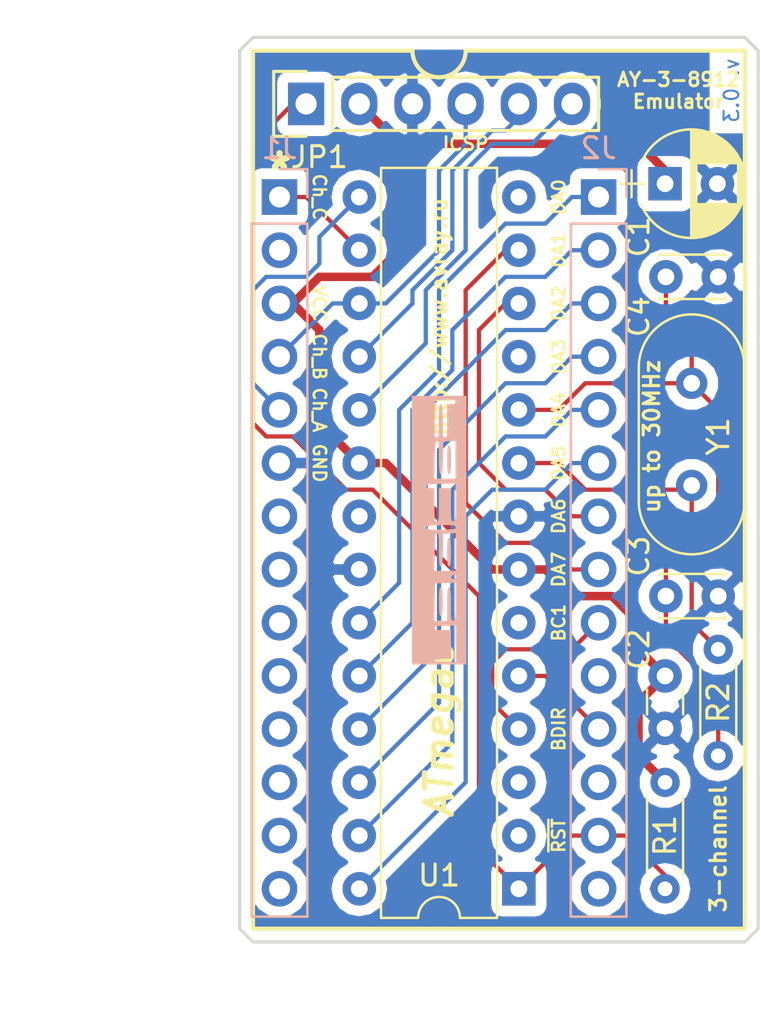
<source format=kicad_pcb>
(kicad_pcb (version 4) (host pcbnew 4.0.6)

  (general
    (links 38)
    (no_connects 0)
    (area 106.604999 39.294999 131.520001 82.625001)
    (thickness 1.6)
    (drawings 43)
    (tracks 161)
    (zones 0)
    (modules 12)
    (nets 39)
  )

  (page A4)
  (title_block
    (title "AY-3-8912 drop-in replacement based on ATmega8")
    (date 2017-06-01)
    (rev 0.3)
    (company fatla.eu)
    (comment 3 "C3 & C4 to be confirmed and depends on XTAL type")
    (comment 4 "GND routing corrected")
  )

  (layers
    (0 F.Cu signal)
    (31 B.Cu signal)
    (32 B.Adhes user)
    (33 F.Adhes user)
    (34 B.Paste user)
    (35 F.Paste user)
    (36 B.SilkS user)
    (37 F.SilkS user)
    (38 B.Mask user)
    (39 F.Mask user)
    (40 Dwgs.User user)
    (41 Cmts.User user)
    (42 Eco1.User user)
    (43 Eco2.User user)
    (44 Edge.Cuts user)
    (45 Margin user)
    (46 B.CrtYd user)
    (47 F.CrtYd user)
    (48 B.Fab user)
    (49 F.Fab user)
  )

  (setup
    (last_trace_width 0.2032)
    (trace_clearance 0.2032)
    (zone_clearance 0.508)
    (zone_45_only no)
    (trace_min 0.2032)
    (segment_width 0.2)
    (edge_width 0.15)
    (via_size 0.6096)
    (via_drill 0.4064)
    (via_min_size 0.4064)
    (via_min_drill 0.3048)
    (uvia_size 0.3)
    (uvia_drill 0.1)
    (uvias_allowed no)
    (uvia_min_size 0.2)
    (uvia_min_drill 0.1)
    (pcb_text_width 0.3)
    (pcb_text_size 1.5 1.5)
    (mod_edge_width 0.15)
    (mod_text_size 1 1)
    (mod_text_width 0.15)
    (pad_size 1.524 1.524)
    (pad_drill 0.762)
    (pad_to_mask_clearance 0.2)
    (aux_axis_origin 0 0)
    (visible_elements FFFFFF7F)
    (pcbplotparams
      (layerselection 0x00030_80000001)
      (usegerberextensions false)
      (excludeedgelayer true)
      (linewidth 0.100000)
      (plotframeref false)
      (viasonmask false)
      (mode 1)
      (useauxorigin false)
      (hpglpennumber 1)
      (hpglpenspeed 20)
      (hpglpendiameter 15)
      (hpglpenoverlay 2)
      (psnegative false)
      (psa4output false)
      (plotreference true)
      (plotvalue true)
      (plotinvisibletext false)
      (padsonsilk false)
      (subtractmaskfromsilk false)
      (outputformat 1)
      (mirror false)
      (drillshape 1)
      (scaleselection 1)
      (outputdirectory ""))
  )

  (net 0 "")
  (net 1 VCC)
  (net 2 GND)
  (net 3 "Net-(C3-Pad2)")
  (net 4 "Net-(C4-Pad2)")
  (net 5 /Ch_C)
  (net 6 "Net-(J1-Pad2)")
  (net 7 /Ch_A)
  (net 8 "Net-(J1-Pad7)")
  (net 9 "Net-(J1-Pad8)")
  (net 10 "Net-(J1-Pad9)")
  (net 11 "Net-(J1-Pad10)")
  (net 12 "Net-(J1-Pad11)")
  (net 13 "Net-(J1-Pad12)")
  (net 14 "Net-(J1-Pad13)")
  (net 15 "Net-(J1-Pad14)")
  (net 16 /DA0)
  (net 17 /DA1)
  (net 18 /DA2)
  (net 19 /DA3)
  (net 20 /DA4)
  (net 21 /DA5)
  (net 22 /DA6)
  (net 23 /DA7)
  (net 24 /BC1)
  (net 25 "Net-(J2-Pad10)")
  (net 26 /BDIR)
  (net 27 "Net-(J2-Pad12)")
  (net 28 /~RESET~)
  (net 29 "Net-(J2-Pad14)")
  (net 30 "Net-(U1-Pad2)")
  (net 31 "Net-(U1-Pad3)")
  (net 32 "Net-(U1-Pad6)")
  (net 33 "Net-(U1-Pad21)")
  (net 34 "Net-(U1-Pad11)")
  (net 35 "Net-(U1-Pad14)")
  (net 36 /Ch_B)
  (net 37 /MISO)
  (net 38 /SCK)

  (net_class Default "This is the default net class."
    (clearance 0.2032)
    (trace_width 0.2032)
    (via_dia 0.6096)
    (via_drill 0.4064)
    (uvia_dia 0.3)
    (uvia_drill 0.1)
    (add_net /BC1)
    (add_net /BDIR)
    (add_net /Ch_A)
    (add_net /Ch_B)
    (add_net /Ch_C)
    (add_net /DA0)
    (add_net /DA1)
    (add_net /DA2)
    (add_net /DA3)
    (add_net /DA4)
    (add_net /DA5)
    (add_net /DA6)
    (add_net /DA7)
    (add_net /MISO)
    (add_net /SCK)
    (add_net /~RESET~)
    (add_net "Net-(C3-Pad2)")
    (add_net "Net-(C4-Pad2)")
    (add_net "Net-(J1-Pad10)")
    (add_net "Net-(J1-Pad11)")
    (add_net "Net-(J1-Pad12)")
    (add_net "Net-(J1-Pad13)")
    (add_net "Net-(J1-Pad14)")
    (add_net "Net-(J1-Pad2)")
    (add_net "Net-(J1-Pad7)")
    (add_net "Net-(J1-Pad8)")
    (add_net "Net-(J1-Pad9)")
    (add_net "Net-(J2-Pad10)")
    (add_net "Net-(J2-Pad12)")
    (add_net "Net-(J2-Pad14)")
    (add_net "Net-(U1-Pad11)")
    (add_net "Net-(U1-Pad14)")
    (add_net "Net-(U1-Pad2)")
    (add_net "Net-(U1-Pad21)")
    (add_net "Net-(U1-Pad3)")
    (add_net "Net-(U1-Pad6)")
  )

  (net_class PWR ""
    (clearance 0.2032)
    (trace_width 0.4064)
    (via_dia 0.6096)
    (via_drill 0.4064)
    (uvia_dia 0.3)
    (uvia_drill 0.1)
    (add_net GND)
    (add_net VCC)
  )

  (module Pin_Headers:Pin_Header_Straight_1x06 (layer F.Cu) (tedit 59499591) (tstamp 59273C0F)
    (at 109.855 42.545 90)
    (descr "Through hole pin header")
    (tags "pin header")
    (path /59273C2F)
    (fp_text reference JP1 (at -2.54 0.635 360) (layer F.SilkS)
      (effects (font (size 1 1) (thickness 0.15)))
    )
    (fp_text value CONN_01X06 (at 0 -3.1 90) (layer F.Fab)
      (effects (font (size 1 1) (thickness 0.15)))
    )
    (fp_line (start -1.75 -1.75) (end -1.75 14.45) (layer F.CrtYd) (width 0.05))
    (fp_line (start 1.75 -1.75) (end 1.75 14.45) (layer F.CrtYd) (width 0.05))
    (fp_line (start -1.75 -1.75) (end 1.75 -1.75) (layer F.CrtYd) (width 0.05))
    (fp_line (start -1.75 14.45) (end 1.75 14.45) (layer F.CrtYd) (width 0.05))
    (fp_line (start 1.27 1.27) (end 1.27 13.97) (layer F.SilkS) (width 0.15))
    (fp_line (start 1.27 13.97) (end -1.27 13.97) (layer F.SilkS) (width 0.15))
    (fp_line (start -1.27 13.97) (end -1.27 1.27) (layer F.SilkS) (width 0.15))
    (fp_line (start 1.55 -1.55) (end 1.55 0) (layer F.SilkS) (width 0.15))
    (fp_line (start 1.27 1.27) (end -1.27 1.27) (layer F.SilkS) (width 0.15))
    (fp_line (start -1.55 0) (end -1.55 -1.55) (layer F.SilkS) (width 0.15))
    (fp_line (start -1.55 -1.55) (end 1.55 -1.55) (layer F.SilkS) (width 0.15))
    (pad 1 thru_hole rect (at 0 0 90) (size 2.032 1.7272) (drill 1.016) (layers *.Cu *.Mask)
      (net 28 /~RESET~))
    (pad 2 thru_hole oval (at 0 2.54 90) (size 2.032 1.7272) (drill 1.016) (layers *.Cu *.Mask)
      (net 1 VCC))
    (pad 3 thru_hole oval (at 0 5.08 90) (size 2.032 1.7272) (drill 1.016) (layers *.Cu *.Mask)
      (net 2 GND))
    (pad 4 thru_hole oval (at 0 7.62 90) (size 2.032 1.7272) (drill 1.016) (layers *.Cu *.Mask)
      (net 36 /Ch_B))
    (pad 5 thru_hole oval (at 0 10.16 90) (size 2.032 1.7272) (drill 1.016) (layers *.Cu *.Mask)
      (net 37 /MISO))
    (pad 6 thru_hole oval (at 0 12.7 90) (size 2.032 1.7272) (drill 1.016) (layers *.Cu *.Mask)
      (net 38 /SCK))
    (model Pin_Headers.3dshapes/Pin_Header_Straight_1x06.wrl
      (at (xyz 0 -0.25 0))
      (scale (xyz 1 1 1))
      (rotate (xyz 0 0 90))
    )
  )

  (module Crystals:Crystal_HC49-4H_Vertical (layer F.Cu) (tedit 59497DE2) (tstamp 59273C3B)
    (at 128.27 55.88 270)
    (descr "Crystal THT HC-49-4H http://5hertz.com/pdfs/04404_D.pdf")
    (tags "THT crystalHC-49-4H")
    (path /59272EAD)
    (fp_text reference Y1 (at 2.54 -1.27 270) (layer F.SilkS)
      (effects (font (size 1 1) (thickness 0.15)))
    )
    (fp_text value "up to 27MHz" (at 2.44 3.525 270) (layer F.Fab)
      (effects (font (size 1 1) (thickness 0.15)))
    )
    (fp_text user %R (at 2.44 0 270) (layer F.Fab)
      (effects (font (size 1 1) (thickness 0.15)))
    )
    (fp_line (start -0.76 -2.325) (end 5.64 -2.325) (layer F.Fab) (width 0.1))
    (fp_line (start -0.76 2.325) (end 5.64 2.325) (layer F.Fab) (width 0.1))
    (fp_line (start -0.56 -2) (end 5.44 -2) (layer F.Fab) (width 0.1))
    (fp_line (start -0.56 2) (end 5.44 2) (layer F.Fab) (width 0.1))
    (fp_line (start -0.76 -2.525) (end 5.64 -2.525) (layer F.SilkS) (width 0.12))
    (fp_line (start -0.76 2.525) (end 5.64 2.525) (layer F.SilkS) (width 0.12))
    (fp_line (start -3.6 -2.8) (end -3.6 2.8) (layer F.CrtYd) (width 0.05))
    (fp_line (start -3.6 2.8) (end 8.5 2.8) (layer F.CrtYd) (width 0.05))
    (fp_line (start 8.5 2.8) (end 8.5 -2.8) (layer F.CrtYd) (width 0.05))
    (fp_line (start 8.5 -2.8) (end -3.6 -2.8) (layer F.CrtYd) (width 0.05))
    (fp_arc (start -0.76 0) (end -0.76 -2.325) (angle -180) (layer F.Fab) (width 0.1))
    (fp_arc (start 5.64 0) (end 5.64 -2.325) (angle 180) (layer F.Fab) (width 0.1))
    (fp_arc (start -0.56 0) (end -0.56 -2) (angle -180) (layer F.Fab) (width 0.1))
    (fp_arc (start 5.44 0) (end 5.44 -2) (angle 180) (layer F.Fab) (width 0.1))
    (fp_arc (start -0.76 0) (end -0.76 -2.525) (angle -180) (layer F.SilkS) (width 0.12))
    (fp_arc (start 5.64 0) (end 5.64 -2.525) (angle 180) (layer F.SilkS) (width 0.12))
    (pad 1 thru_hole circle (at 0 0 270) (size 1.5 1.5) (drill 0.8) (layers *.Cu *.Mask)
      (net 4 "Net-(C4-Pad2)"))
    (pad 2 thru_hole circle (at 4.88 0 270) (size 1.5 1.5) (drill 0.8) (layers *.Cu *.Mask)
      (net 3 "Net-(C3-Pad2)"))
    (model ${KISYS3DMOD}/Crystals.3dshapes/Crystal_HC49-4H_Vertical.wrl
      (at (xyz 0 0 0))
      (scale (xyz 0.393701 0.393701 0.393701))
      (rotate (xyz 0 0 0))
    )
  )

  (module Pin_Headers:Pin_Header_Straight_1x14_Pitch2.54mm (layer B.Cu) (tedit 58CD4EC2) (tstamp 59273C05)
    (at 123.825 46.99 180)
    (descr "Through hole straight pin header, 1x14, 2.54mm pitch, single row")
    (tags "Through hole pin header THT 1x14 2.54mm single row")
    (path /592733D8)
    (fp_text reference J2 (at 0 2.33 180) (layer B.SilkS)
      (effects (font (size 1 1) (thickness 0.15)) (justify mirror))
    )
    (fp_text value CONN_01X14 (at 0 -35.35 180) (layer B.Fab)
      (effects (font (size 1 1) (thickness 0.15)) (justify mirror))
    )
    (fp_line (start -1.27 1.27) (end -1.27 -34.29) (layer B.Fab) (width 0.1))
    (fp_line (start -1.27 -34.29) (end 1.27 -34.29) (layer B.Fab) (width 0.1))
    (fp_line (start 1.27 -34.29) (end 1.27 1.27) (layer B.Fab) (width 0.1))
    (fp_line (start 1.27 1.27) (end -1.27 1.27) (layer B.Fab) (width 0.1))
    (fp_line (start -1.33 -1.27) (end -1.33 -34.35) (layer B.SilkS) (width 0.12))
    (fp_line (start -1.33 -34.35) (end 1.33 -34.35) (layer B.SilkS) (width 0.12))
    (fp_line (start 1.33 -34.35) (end 1.33 -1.27) (layer B.SilkS) (width 0.12))
    (fp_line (start 1.33 -1.27) (end -1.33 -1.27) (layer B.SilkS) (width 0.12))
    (fp_line (start -1.33 0) (end -1.33 1.33) (layer B.SilkS) (width 0.12))
    (fp_line (start -1.33 1.33) (end 0 1.33) (layer B.SilkS) (width 0.12))
    (fp_line (start -1.8 1.8) (end -1.8 -34.8) (layer B.CrtYd) (width 0.05))
    (fp_line (start -1.8 -34.8) (end 1.8 -34.8) (layer B.CrtYd) (width 0.05))
    (fp_line (start 1.8 -34.8) (end 1.8 1.8) (layer B.CrtYd) (width 0.05))
    (fp_line (start 1.8 1.8) (end -1.8 1.8) (layer B.CrtYd) (width 0.05))
    (fp_text user %R (at 0 2.33 180) (layer B.Fab)
      (effects (font (size 1 1) (thickness 0.15)) (justify mirror))
    )
    (pad 1 thru_hole rect (at 0 0 180) (size 1.7 1.7) (drill 1) (layers *.Cu *.Mask)
      (net 16 /DA0))
    (pad 2 thru_hole oval (at 0 -2.54 180) (size 1.7 1.7) (drill 1) (layers *.Cu *.Mask)
      (net 17 /DA1))
    (pad 3 thru_hole oval (at 0 -5.08 180) (size 1.7 1.7) (drill 1) (layers *.Cu *.Mask)
      (net 18 /DA2))
    (pad 4 thru_hole oval (at 0 -7.62 180) (size 1.7 1.7) (drill 1) (layers *.Cu *.Mask)
      (net 19 /DA3))
    (pad 5 thru_hole oval (at 0 -10.16 180) (size 1.7 1.7) (drill 1) (layers *.Cu *.Mask)
      (net 20 /DA4))
    (pad 6 thru_hole oval (at 0 -12.7 180) (size 1.7 1.7) (drill 1) (layers *.Cu *.Mask)
      (net 21 /DA5))
    (pad 7 thru_hole oval (at 0 -15.24 180) (size 1.7 1.7) (drill 1) (layers *.Cu *.Mask)
      (net 22 /DA6))
    (pad 8 thru_hole oval (at 0 -17.78 180) (size 1.7 1.7) (drill 1) (layers *.Cu *.Mask)
      (net 23 /DA7))
    (pad 9 thru_hole oval (at 0 -20.32 180) (size 1.7 1.7) (drill 1) (layers *.Cu *.Mask)
      (net 24 /BC1))
    (pad 10 thru_hole oval (at 0 -22.86 180) (size 1.7 1.7) (drill 1) (layers *.Cu *.Mask)
      (net 25 "Net-(J2-Pad10)"))
    (pad 11 thru_hole oval (at 0 -25.4 180) (size 1.7 1.7) (drill 1) (layers *.Cu *.Mask)
      (net 26 /BDIR))
    (pad 12 thru_hole oval (at 0 -27.94 180) (size 1.7 1.7) (drill 1) (layers *.Cu *.Mask)
      (net 27 "Net-(J2-Pad12)"))
    (pad 13 thru_hole oval (at 0 -30.48 180) (size 1.7 1.7) (drill 1) (layers *.Cu *.Mask)
      (net 28 /~RESET~))
    (pad 14 thru_hole oval (at 0 -33.02 180) (size 1.7 1.7) (drill 1) (layers *.Cu *.Mask)
      (net 29 "Net-(J2-Pad14)"))
    (model ${KISYS3DMOD}/Pin_Headers.3dshapes/Pin_Header_Straight_1x14_Pitch2.54mm.wrl
      (at (xyz 0 -0.65 0))
      (scale (xyz 1 1 1))
      (rotate (xyz 0 0 90))
    )
  )

  (module Capacitors_THT:CP_Radial_D5.0mm_P2.50mm (layer F.Cu) (tedit 59497EEC) (tstamp 59273BCF)
    (at 127 46.355)
    (descr "CP, Radial series, Radial, pin pitch=2.50mm, , diameter=5mm, Electrolytic Capacitor")
    (tags "CP Radial series Radial pin pitch 2.50mm  diameter 5mm Electrolytic Capacitor")
    (path /59272DB0)
    (fp_text reference C1 (at -1.27 2.54 90) (layer F.SilkS)
      (effects (font (size 1 1) (thickness 0.15)))
    )
    (fp_text value 10uF (at 1.25 3.56) (layer F.Fab)
      (effects (font (size 1 1) (thickness 0.15)))
    )
    (fp_arc (start 1.25 0) (end -1.147436 -0.98) (angle 135.5) (layer F.SilkS) (width 0.12))
    (fp_arc (start 1.25 0) (end -1.147436 0.98) (angle -135.5) (layer F.SilkS) (width 0.12))
    (fp_arc (start 1.25 0) (end 3.647436 -0.98) (angle 44.5) (layer F.SilkS) (width 0.12))
    (fp_circle (center 1.25 0) (end 3.75 0) (layer F.Fab) (width 0.1))
    (fp_line (start -2.2 0) (end -1 0) (layer F.Fab) (width 0.1))
    (fp_line (start -1.6 -0.65) (end -1.6 0.65) (layer F.Fab) (width 0.1))
    (fp_line (start 1.25 -2.55) (end 1.25 2.55) (layer F.SilkS) (width 0.12))
    (fp_line (start 1.29 -2.55) (end 1.29 2.55) (layer F.SilkS) (width 0.12))
    (fp_line (start 1.33 -2.549) (end 1.33 2.549) (layer F.SilkS) (width 0.12))
    (fp_line (start 1.37 -2.548) (end 1.37 2.548) (layer F.SilkS) (width 0.12))
    (fp_line (start 1.41 -2.546) (end 1.41 2.546) (layer F.SilkS) (width 0.12))
    (fp_line (start 1.45 -2.543) (end 1.45 2.543) (layer F.SilkS) (width 0.12))
    (fp_line (start 1.49 -2.539) (end 1.49 2.539) (layer F.SilkS) (width 0.12))
    (fp_line (start 1.53 -2.535) (end 1.53 -0.98) (layer F.SilkS) (width 0.12))
    (fp_line (start 1.53 0.98) (end 1.53 2.535) (layer F.SilkS) (width 0.12))
    (fp_line (start 1.57 -2.531) (end 1.57 -0.98) (layer F.SilkS) (width 0.12))
    (fp_line (start 1.57 0.98) (end 1.57 2.531) (layer F.SilkS) (width 0.12))
    (fp_line (start 1.61 -2.525) (end 1.61 -0.98) (layer F.SilkS) (width 0.12))
    (fp_line (start 1.61 0.98) (end 1.61 2.525) (layer F.SilkS) (width 0.12))
    (fp_line (start 1.65 -2.519) (end 1.65 -0.98) (layer F.SilkS) (width 0.12))
    (fp_line (start 1.65 0.98) (end 1.65 2.519) (layer F.SilkS) (width 0.12))
    (fp_line (start 1.69 -2.513) (end 1.69 -0.98) (layer F.SilkS) (width 0.12))
    (fp_line (start 1.69 0.98) (end 1.69 2.513) (layer F.SilkS) (width 0.12))
    (fp_line (start 1.73 -2.506) (end 1.73 -0.98) (layer F.SilkS) (width 0.12))
    (fp_line (start 1.73 0.98) (end 1.73 2.506) (layer F.SilkS) (width 0.12))
    (fp_line (start 1.77 -2.498) (end 1.77 -0.98) (layer F.SilkS) (width 0.12))
    (fp_line (start 1.77 0.98) (end 1.77 2.498) (layer F.SilkS) (width 0.12))
    (fp_line (start 1.81 -2.489) (end 1.81 -0.98) (layer F.SilkS) (width 0.12))
    (fp_line (start 1.81 0.98) (end 1.81 2.489) (layer F.SilkS) (width 0.12))
    (fp_line (start 1.85 -2.48) (end 1.85 -0.98) (layer F.SilkS) (width 0.12))
    (fp_line (start 1.85 0.98) (end 1.85 2.48) (layer F.SilkS) (width 0.12))
    (fp_line (start 1.89 -2.47) (end 1.89 -0.98) (layer F.SilkS) (width 0.12))
    (fp_line (start 1.89 0.98) (end 1.89 2.47) (layer F.SilkS) (width 0.12))
    (fp_line (start 1.93 -2.46) (end 1.93 -0.98) (layer F.SilkS) (width 0.12))
    (fp_line (start 1.93 0.98) (end 1.93 2.46) (layer F.SilkS) (width 0.12))
    (fp_line (start 1.971 -2.448) (end 1.971 -0.98) (layer F.SilkS) (width 0.12))
    (fp_line (start 1.971 0.98) (end 1.971 2.448) (layer F.SilkS) (width 0.12))
    (fp_line (start 2.011 -2.436) (end 2.011 -0.98) (layer F.SilkS) (width 0.12))
    (fp_line (start 2.011 0.98) (end 2.011 2.436) (layer F.SilkS) (width 0.12))
    (fp_line (start 2.051 -2.424) (end 2.051 -0.98) (layer F.SilkS) (width 0.12))
    (fp_line (start 2.051 0.98) (end 2.051 2.424) (layer F.SilkS) (width 0.12))
    (fp_line (start 2.091 -2.41) (end 2.091 -0.98) (layer F.SilkS) (width 0.12))
    (fp_line (start 2.091 0.98) (end 2.091 2.41) (layer F.SilkS) (width 0.12))
    (fp_line (start 2.131 -2.396) (end 2.131 -0.98) (layer F.SilkS) (width 0.12))
    (fp_line (start 2.131 0.98) (end 2.131 2.396) (layer F.SilkS) (width 0.12))
    (fp_line (start 2.171 -2.382) (end 2.171 -0.98) (layer F.SilkS) (width 0.12))
    (fp_line (start 2.171 0.98) (end 2.171 2.382) (layer F.SilkS) (width 0.12))
    (fp_line (start 2.211 -2.366) (end 2.211 -0.98) (layer F.SilkS) (width 0.12))
    (fp_line (start 2.211 0.98) (end 2.211 2.366) (layer F.SilkS) (width 0.12))
    (fp_line (start 2.251 -2.35) (end 2.251 -0.98) (layer F.SilkS) (width 0.12))
    (fp_line (start 2.251 0.98) (end 2.251 2.35) (layer F.SilkS) (width 0.12))
    (fp_line (start 2.291 -2.333) (end 2.291 -0.98) (layer F.SilkS) (width 0.12))
    (fp_line (start 2.291 0.98) (end 2.291 2.333) (layer F.SilkS) (width 0.12))
    (fp_line (start 2.331 -2.315) (end 2.331 -0.98) (layer F.SilkS) (width 0.12))
    (fp_line (start 2.331 0.98) (end 2.331 2.315) (layer F.SilkS) (width 0.12))
    (fp_line (start 2.371 -2.296) (end 2.371 -0.98) (layer F.SilkS) (width 0.12))
    (fp_line (start 2.371 0.98) (end 2.371 2.296) (layer F.SilkS) (width 0.12))
    (fp_line (start 2.411 -2.276) (end 2.411 -0.98) (layer F.SilkS) (width 0.12))
    (fp_line (start 2.411 0.98) (end 2.411 2.276) (layer F.SilkS) (width 0.12))
    (fp_line (start 2.451 -2.256) (end 2.451 -0.98) (layer F.SilkS) (width 0.12))
    (fp_line (start 2.451 0.98) (end 2.451 2.256) (layer F.SilkS) (width 0.12))
    (fp_line (start 2.491 -2.234) (end 2.491 -0.98) (layer F.SilkS) (width 0.12))
    (fp_line (start 2.491 0.98) (end 2.491 2.234) (layer F.SilkS) (width 0.12))
    (fp_line (start 2.531 -2.212) (end 2.531 -0.98) (layer F.SilkS) (width 0.12))
    (fp_line (start 2.531 0.98) (end 2.531 2.212) (layer F.SilkS) (width 0.12))
    (fp_line (start 2.571 -2.189) (end 2.571 -0.98) (layer F.SilkS) (width 0.12))
    (fp_line (start 2.571 0.98) (end 2.571 2.189) (layer F.SilkS) (width 0.12))
    (fp_line (start 2.611 -2.165) (end 2.611 -0.98) (layer F.SilkS) (width 0.12))
    (fp_line (start 2.611 0.98) (end 2.611 2.165) (layer F.SilkS) (width 0.12))
    (fp_line (start 2.651 -2.14) (end 2.651 -0.98) (layer F.SilkS) (width 0.12))
    (fp_line (start 2.651 0.98) (end 2.651 2.14) (layer F.SilkS) (width 0.12))
    (fp_line (start 2.691 -2.113) (end 2.691 -0.98) (layer F.SilkS) (width 0.12))
    (fp_line (start 2.691 0.98) (end 2.691 2.113) (layer F.SilkS) (width 0.12))
    (fp_line (start 2.731 -2.086) (end 2.731 -0.98) (layer F.SilkS) (width 0.12))
    (fp_line (start 2.731 0.98) (end 2.731 2.086) (layer F.SilkS) (width 0.12))
    (fp_line (start 2.771 -2.058) (end 2.771 -0.98) (layer F.SilkS) (width 0.12))
    (fp_line (start 2.771 0.98) (end 2.771 2.058) (layer F.SilkS) (width 0.12))
    (fp_line (start 2.811 -2.028) (end 2.811 -0.98) (layer F.SilkS) (width 0.12))
    (fp_line (start 2.811 0.98) (end 2.811 2.028) (layer F.SilkS) (width 0.12))
    (fp_line (start 2.851 -1.997) (end 2.851 -0.98) (layer F.SilkS) (width 0.12))
    (fp_line (start 2.851 0.98) (end 2.851 1.997) (layer F.SilkS) (width 0.12))
    (fp_line (start 2.891 -1.965) (end 2.891 -0.98) (layer F.SilkS) (width 0.12))
    (fp_line (start 2.891 0.98) (end 2.891 1.965) (layer F.SilkS) (width 0.12))
    (fp_line (start 2.931 -1.932) (end 2.931 -0.98) (layer F.SilkS) (width 0.12))
    (fp_line (start 2.931 0.98) (end 2.931 1.932) (layer F.SilkS) (width 0.12))
    (fp_line (start 2.971 -1.897) (end 2.971 -0.98) (layer F.SilkS) (width 0.12))
    (fp_line (start 2.971 0.98) (end 2.971 1.897) (layer F.SilkS) (width 0.12))
    (fp_line (start 3.011 -1.861) (end 3.011 -0.98) (layer F.SilkS) (width 0.12))
    (fp_line (start 3.011 0.98) (end 3.011 1.861) (layer F.SilkS) (width 0.12))
    (fp_line (start 3.051 -1.823) (end 3.051 -0.98) (layer F.SilkS) (width 0.12))
    (fp_line (start 3.051 0.98) (end 3.051 1.823) (layer F.SilkS) (width 0.12))
    (fp_line (start 3.091 -1.783) (end 3.091 -0.98) (layer F.SilkS) (width 0.12))
    (fp_line (start 3.091 0.98) (end 3.091 1.783) (layer F.SilkS) (width 0.12))
    (fp_line (start 3.131 -1.742) (end 3.131 -0.98) (layer F.SilkS) (width 0.12))
    (fp_line (start 3.131 0.98) (end 3.131 1.742) (layer F.SilkS) (width 0.12))
    (fp_line (start 3.171 -1.699) (end 3.171 -0.98) (layer F.SilkS) (width 0.12))
    (fp_line (start 3.171 0.98) (end 3.171 1.699) (layer F.SilkS) (width 0.12))
    (fp_line (start 3.211 -1.654) (end 3.211 -0.98) (layer F.SilkS) (width 0.12))
    (fp_line (start 3.211 0.98) (end 3.211 1.654) (layer F.SilkS) (width 0.12))
    (fp_line (start 3.251 -1.606) (end 3.251 -0.98) (layer F.SilkS) (width 0.12))
    (fp_line (start 3.251 0.98) (end 3.251 1.606) (layer F.SilkS) (width 0.12))
    (fp_line (start 3.291 -1.556) (end 3.291 -0.98) (layer F.SilkS) (width 0.12))
    (fp_line (start 3.291 0.98) (end 3.291 1.556) (layer F.SilkS) (width 0.12))
    (fp_line (start 3.331 -1.504) (end 3.331 -0.98) (layer F.SilkS) (width 0.12))
    (fp_line (start 3.331 0.98) (end 3.331 1.504) (layer F.SilkS) (width 0.12))
    (fp_line (start 3.371 -1.448) (end 3.371 -0.98) (layer F.SilkS) (width 0.12))
    (fp_line (start 3.371 0.98) (end 3.371 1.448) (layer F.SilkS) (width 0.12))
    (fp_line (start 3.411 -1.39) (end 3.411 -0.98) (layer F.SilkS) (width 0.12))
    (fp_line (start 3.411 0.98) (end 3.411 1.39) (layer F.SilkS) (width 0.12))
    (fp_line (start 3.451 -1.327) (end 3.451 -0.98) (layer F.SilkS) (width 0.12))
    (fp_line (start 3.451 0.98) (end 3.451 1.327) (layer F.SilkS) (width 0.12))
    (fp_line (start 3.491 -1.261) (end 3.491 1.261) (layer F.SilkS) (width 0.12))
    (fp_line (start 3.531 -1.189) (end 3.531 1.189) (layer F.SilkS) (width 0.12))
    (fp_line (start 3.571 -1.112) (end 3.571 1.112) (layer F.SilkS) (width 0.12))
    (fp_line (start 3.611 -1.028) (end 3.611 1.028) (layer F.SilkS) (width 0.12))
    (fp_line (start 3.651 -0.934) (end 3.651 0.934) (layer F.SilkS) (width 0.12))
    (fp_line (start 3.691 -0.829) (end 3.691 0.829) (layer F.SilkS) (width 0.12))
    (fp_line (start 3.731 -0.707) (end 3.731 0.707) (layer F.SilkS) (width 0.12))
    (fp_line (start 3.771 -0.559) (end 3.771 0.559) (layer F.SilkS) (width 0.12))
    (fp_line (start 3.811 -0.354) (end 3.811 0.354) (layer F.SilkS) (width 0.12))
    (fp_line (start -2.2 0) (end -1 0) (layer F.SilkS) (width 0.12))
    (fp_line (start -1.6 -0.65) (end -1.6 0.65) (layer F.SilkS) (width 0.12))
    (fp_line (start -1.6 -2.85) (end -1.6 2.85) (layer F.CrtYd) (width 0.05))
    (fp_line (start -1.6 2.85) (end 4.1 2.85) (layer F.CrtYd) (width 0.05))
    (fp_line (start 4.1 2.85) (end 4.1 -2.85) (layer F.CrtYd) (width 0.05))
    (fp_line (start 4.1 -2.85) (end -1.6 -2.85) (layer F.CrtYd) (width 0.05))
    (pad 1 thru_hole rect (at 0 0) (size 1.6 1.6) (drill 0.8) (layers *.Cu *.Mask)
      (net 1 VCC))
    (pad 2 thru_hole circle (at 2.5 0) (size 1.6 1.6) (drill 0.8) (layers *.Cu *.Mask)
      (net 2 GND))
    (model Capacitors_THT.3dshapes/CP_Radial_D5.0mm_P2.50mm.wrl
      (at (xyz 0 0 0))
      (scale (xyz 0.393701 0.393701 0.393701))
      (rotate (xyz 0 0 0))
    )
  )

  (module Capacitors_THT:C_Disc_D3.0mm_W2.0mm_P2.50mm (layer F.Cu) (tedit 5942EA17) (tstamp 59273BDB)
    (at 129.54 66.04 180)
    (descr "C, Disc series, Radial, pin pitch=2.50mm, , diameter*width=3*2mm^2, Capacitor")
    (tags "C Disc series Radial pin pitch 2.50mm  diameter 3mm width 2mm Capacitor")
    (path /59272F73)
    (fp_text reference C3 (at 3.81 1.905 450) (layer F.SilkS)
      (effects (font (size 1 1) (thickness 0.15)))
    )
    (fp_text value 22pF (at 1.25 2.06 180) (layer F.Fab)
      (effects (font (size 1 1) (thickness 0.15)))
    )
    (fp_line (start -0.25 -1) (end -0.25 1) (layer F.Fab) (width 0.1))
    (fp_line (start -0.25 1) (end 2.75 1) (layer F.Fab) (width 0.1))
    (fp_line (start 2.75 1) (end 2.75 -1) (layer F.Fab) (width 0.1))
    (fp_line (start 2.75 -1) (end -0.25 -1) (layer F.Fab) (width 0.1))
    (fp_line (start -0.31 -1.06) (end 2.81 -1.06) (layer F.SilkS) (width 0.12))
    (fp_line (start -0.31 1.06) (end 2.81 1.06) (layer F.SilkS) (width 0.12))
    (fp_line (start -0.31 -1.06) (end -0.31 -0.996) (layer F.SilkS) (width 0.12))
    (fp_line (start -0.31 0.996) (end -0.31 1.06) (layer F.SilkS) (width 0.12))
    (fp_line (start 2.81 -1.06) (end 2.81 -0.996) (layer F.SilkS) (width 0.12))
    (fp_line (start 2.81 0.996) (end 2.81 1.06) (layer F.SilkS) (width 0.12))
    (fp_line (start -1.05 -1.35) (end -1.05 1.35) (layer F.CrtYd) (width 0.05))
    (fp_line (start -1.05 1.35) (end 3.55 1.35) (layer F.CrtYd) (width 0.05))
    (fp_line (start 3.55 1.35) (end 3.55 -1.35) (layer F.CrtYd) (width 0.05))
    (fp_line (start 3.55 -1.35) (end -1.05 -1.35) (layer F.CrtYd) (width 0.05))
    (pad 1 thru_hole circle (at 0 0 180) (size 1.6 1.6) (drill 0.8) (layers *.Cu *.Mask)
      (net 2 GND))
    (pad 2 thru_hole circle (at 2.5 0 180) (size 1.6 1.6) (drill 0.8) (layers *.Cu *.Mask)
      (net 3 "Net-(C3-Pad2)"))
    (model Capacitors_THT.3dshapes/C_Disc_D3.0mm_W2.0mm_P2.50mm.wrl
      (at (xyz 0 0 0))
      (scale (xyz 0.393701 0.393701 0.393701))
      (rotate (xyz 0 0 0))
    )
  )

  (module Capacitors_THT:C_Disc_D3.0mm_W2.0mm_P2.50mm (layer F.Cu) (tedit 5927683A) (tstamp 59273BE1)
    (at 129.54 50.8 180)
    (descr "C, Disc series, Radial, pin pitch=2.50mm, , diameter*width=3*2mm^2, Capacitor")
    (tags "C Disc series Radial pin pitch 2.50mm  diameter 3mm width 2mm Capacitor")
    (path /59272F38)
    (fp_text reference C4 (at 3.81 -1.905 450) (layer F.SilkS)
      (effects (font (size 1 1) (thickness 0.15)))
    )
    (fp_text value 22pF (at 1.25 2.06 180) (layer F.Fab)
      (effects (font (size 1 1) (thickness 0.15)))
    )
    (fp_line (start -0.25 -1) (end -0.25 1) (layer F.Fab) (width 0.1))
    (fp_line (start -0.25 1) (end 2.75 1) (layer F.Fab) (width 0.1))
    (fp_line (start 2.75 1) (end 2.75 -1) (layer F.Fab) (width 0.1))
    (fp_line (start 2.75 -1) (end -0.25 -1) (layer F.Fab) (width 0.1))
    (fp_line (start -0.31 -1.06) (end 2.81 -1.06) (layer F.SilkS) (width 0.12))
    (fp_line (start -0.31 1.06) (end 2.81 1.06) (layer F.SilkS) (width 0.12))
    (fp_line (start -0.31 -1.06) (end -0.31 -0.996) (layer F.SilkS) (width 0.12))
    (fp_line (start -0.31 0.996) (end -0.31 1.06) (layer F.SilkS) (width 0.12))
    (fp_line (start 2.81 -1.06) (end 2.81 -0.996) (layer F.SilkS) (width 0.12))
    (fp_line (start 2.81 0.996) (end 2.81 1.06) (layer F.SilkS) (width 0.12))
    (fp_line (start -1.05 -1.35) (end -1.05 1.35) (layer F.CrtYd) (width 0.05))
    (fp_line (start -1.05 1.35) (end 3.55 1.35) (layer F.CrtYd) (width 0.05))
    (fp_line (start 3.55 1.35) (end 3.55 -1.35) (layer F.CrtYd) (width 0.05))
    (fp_line (start 3.55 -1.35) (end -1.05 -1.35) (layer F.CrtYd) (width 0.05))
    (pad 1 thru_hole circle (at 0 0 180) (size 1.6 1.6) (drill 0.8) (layers *.Cu *.Mask)
      (net 2 GND))
    (pad 2 thru_hole circle (at 2.5 0 180) (size 1.6 1.6) (drill 0.8) (layers *.Cu *.Mask)
      (net 4 "Net-(C4-Pad2)"))
    (model Capacitors_THT.3dshapes/C_Disc_D3.0mm_W2.0mm_P2.50mm.wrl
      (at (xyz 0 0 0))
      (scale (xyz 0.393701 0.393701 0.393701))
      (rotate (xyz 0 0 0))
    )
  )

  (module Pin_Headers:Pin_Header_Straight_1x14_Pitch2.54mm (layer B.Cu) (tedit 58CD4EC2) (tstamp 59273BF3)
    (at 108.585 46.99 180)
    (descr "Through hole straight pin header, 1x14, 2.54mm pitch, single row")
    (tags "Through hole pin header THT 1x14 2.54mm single row")
    (path /59273294)
    (fp_text reference J1 (at 0 2.33 180) (layer B.SilkS)
      (effects (font (size 1 1) (thickness 0.15)) (justify mirror))
    )
    (fp_text value CONN_01X14 (at 0 -35.35 180) (layer B.Fab)
      (effects (font (size 1 1) (thickness 0.15)) (justify mirror))
    )
    (fp_line (start -1.27 1.27) (end -1.27 -34.29) (layer B.Fab) (width 0.1))
    (fp_line (start -1.27 -34.29) (end 1.27 -34.29) (layer B.Fab) (width 0.1))
    (fp_line (start 1.27 -34.29) (end 1.27 1.27) (layer B.Fab) (width 0.1))
    (fp_line (start 1.27 1.27) (end -1.27 1.27) (layer B.Fab) (width 0.1))
    (fp_line (start -1.33 -1.27) (end -1.33 -34.35) (layer B.SilkS) (width 0.12))
    (fp_line (start -1.33 -34.35) (end 1.33 -34.35) (layer B.SilkS) (width 0.12))
    (fp_line (start 1.33 -34.35) (end 1.33 -1.27) (layer B.SilkS) (width 0.12))
    (fp_line (start 1.33 -1.27) (end -1.33 -1.27) (layer B.SilkS) (width 0.12))
    (fp_line (start -1.33 0) (end -1.33 1.33) (layer B.SilkS) (width 0.12))
    (fp_line (start -1.33 1.33) (end 0 1.33) (layer B.SilkS) (width 0.12))
    (fp_line (start -1.8 1.8) (end -1.8 -34.8) (layer B.CrtYd) (width 0.05))
    (fp_line (start -1.8 -34.8) (end 1.8 -34.8) (layer B.CrtYd) (width 0.05))
    (fp_line (start 1.8 -34.8) (end 1.8 1.8) (layer B.CrtYd) (width 0.05))
    (fp_line (start 1.8 1.8) (end -1.8 1.8) (layer B.CrtYd) (width 0.05))
    (fp_text user %R (at 0 2.33 180) (layer B.Fab)
      (effects (font (size 1 1) (thickness 0.15)) (justify mirror))
    )
    (pad 1 thru_hole rect (at 0 0 180) (size 1.7 1.7) (drill 1) (layers *.Cu *.Mask)
      (net 5 /Ch_C))
    (pad 2 thru_hole oval (at 0 -2.54 180) (size 1.7 1.7) (drill 1) (layers *.Cu *.Mask)
      (net 6 "Net-(J1-Pad2)"))
    (pad 3 thru_hole oval (at 0 -5.08 180) (size 1.7 1.7) (drill 1) (layers *.Cu *.Mask)
      (net 1 VCC))
    (pad 4 thru_hole oval (at 0 -7.62 180) (size 1.7 1.7) (drill 1) (layers *.Cu *.Mask)
      (net 36 /Ch_B))
    (pad 5 thru_hole oval (at 0 -10.16 180) (size 1.7 1.7) (drill 1) (layers *.Cu *.Mask)
      (net 7 /Ch_A))
    (pad 6 thru_hole oval (at 0 -12.7 180) (size 1.7 1.7) (drill 1) (layers *.Cu *.Mask)
      (net 2 GND))
    (pad 7 thru_hole oval (at 0 -15.24 180) (size 1.7 1.7) (drill 1) (layers *.Cu *.Mask)
      (net 8 "Net-(J1-Pad7)"))
    (pad 8 thru_hole oval (at 0 -17.78 180) (size 1.7 1.7) (drill 1) (layers *.Cu *.Mask)
      (net 9 "Net-(J1-Pad8)"))
    (pad 9 thru_hole oval (at 0 -20.32 180) (size 1.7 1.7) (drill 1) (layers *.Cu *.Mask)
      (net 10 "Net-(J1-Pad9)"))
    (pad 10 thru_hole oval (at 0 -22.86 180) (size 1.7 1.7) (drill 1) (layers *.Cu *.Mask)
      (net 11 "Net-(J1-Pad10)"))
    (pad 11 thru_hole oval (at 0 -25.4 180) (size 1.7 1.7) (drill 1) (layers *.Cu *.Mask)
      (net 12 "Net-(J1-Pad11)"))
    (pad 12 thru_hole oval (at 0 -27.94 180) (size 1.7 1.7) (drill 1) (layers *.Cu *.Mask)
      (net 13 "Net-(J1-Pad12)"))
    (pad 13 thru_hole oval (at 0 -30.48 180) (size 1.7 1.7) (drill 1) (layers *.Cu *.Mask)
      (net 14 "Net-(J1-Pad13)"))
    (pad 14 thru_hole oval (at 0 -33.02 180) (size 1.7 1.7) (drill 1) (layers *.Cu *.Mask)
      (net 15 "Net-(J1-Pad14)"))
    (model ${KISYS3DMOD}/Pin_Headers.3dshapes/Pin_Header_Straight_1x14_Pitch2.54mm.wrl
      (at (xyz 0 -0.65 0))
      (scale (xyz 1 1 1))
      (rotate (xyz 0 0 90))
    )
  )

  (module Housings_DIP:DIP-28_W7.62mm (layer F.Cu) (tedit 59276627) (tstamp 59273C35)
    (at 120.015 80.01 180)
    (descr "28-lead dip package, row spacing 7.62 mm (300 mils)")
    (tags "DIL DIP PDIP 2.54mm 7.62mm 300mil")
    (path /59272CC2)
    (fp_text reference U1 (at 3.81 0.635 180) (layer F.SilkS)
      (effects (font (size 1 1) (thickness 0.15)))
    )
    (fp_text value ATMEGA8-16PU (at 3.81 35.41 180) (layer F.Fab)
      (effects (font (size 1 1) (thickness 0.15)))
    )
    (fp_text user %R (at 3.81 16.51 180) (layer F.Fab)
      (effects (font (size 1 1) (thickness 0.15)))
    )
    (fp_line (start 1.635 -1.27) (end 6.985 -1.27) (layer F.Fab) (width 0.1))
    (fp_line (start 6.985 -1.27) (end 6.985 34.29) (layer F.Fab) (width 0.1))
    (fp_line (start 6.985 34.29) (end 0.635 34.29) (layer F.Fab) (width 0.1))
    (fp_line (start 0.635 34.29) (end 0.635 -0.27) (layer F.Fab) (width 0.1))
    (fp_line (start 0.635 -0.27) (end 1.635 -1.27) (layer F.Fab) (width 0.1))
    (fp_line (start 2.81 -1.39) (end 1.04 -1.39) (layer F.SilkS) (width 0.12))
    (fp_line (start 1.04 -1.39) (end 1.04 34.41) (layer F.SilkS) (width 0.12))
    (fp_line (start 1.04 34.41) (end 6.58 34.41) (layer F.SilkS) (width 0.12))
    (fp_line (start 6.58 34.41) (end 6.58 -1.39) (layer F.SilkS) (width 0.12))
    (fp_line (start 6.58 -1.39) (end 4.81 -1.39) (layer F.SilkS) (width 0.12))
    (fp_line (start -1.1 -1.6) (end -1.1 34.6) (layer F.CrtYd) (width 0.05))
    (fp_line (start -1.1 34.6) (end 8.7 34.6) (layer F.CrtYd) (width 0.05))
    (fp_line (start 8.7 34.6) (end 8.7 -1.6) (layer F.CrtYd) (width 0.05))
    (fp_line (start 8.7 -1.6) (end -1.1 -1.6) (layer F.CrtYd) (width 0.05))
    (fp_arc (start 3.81 -1.39) (end 2.81 -1.39) (angle -180) (layer F.SilkS) (width 0.12))
    (pad 1 thru_hole rect (at 0 0 180) (size 1.6 1.6) (drill 0.8) (layers *.Cu *.Mask)
      (net 28 /~RESET~))
    (pad 15 thru_hole oval (at 7.62 33.02 180) (size 1.6 1.6) (drill 0.8) (layers *.Cu *.Mask)
      (net 7 /Ch_A))
    (pad 2 thru_hole oval (at 0 2.54 180) (size 1.6 1.6) (drill 0.8) (layers *.Cu *.Mask)
      (net 30 "Net-(U1-Pad2)"))
    (pad 16 thru_hole oval (at 7.62 30.48 180) (size 1.6 1.6) (drill 0.8) (layers *.Cu *.Mask)
      (net 5 /Ch_C))
    (pad 3 thru_hole oval (at 0 5.08 180) (size 1.6 1.6) (drill 0.8) (layers *.Cu *.Mask)
      (net 31 "Net-(U1-Pad3)"))
    (pad 17 thru_hole oval (at 7.62 27.94 180) (size 1.6 1.6) (drill 0.8) (layers *.Cu *.Mask)
      (net 36 /Ch_B))
    (pad 4 thru_hole oval (at 0 7.62 180) (size 1.6 1.6) (drill 0.8) (layers *.Cu *.Mask)
      (net 24 /BC1))
    (pad 18 thru_hole oval (at 7.62 25.4 180) (size 1.6 1.6) (drill 0.8) (layers *.Cu *.Mask)
      (net 37 /MISO))
    (pad 5 thru_hole oval (at 0 10.16 180) (size 1.6 1.6) (drill 0.8) (layers *.Cu *.Mask)
      (net 26 /BDIR))
    (pad 19 thru_hole oval (at 7.62 22.86 180) (size 1.6 1.6) (drill 0.8) (layers *.Cu *.Mask)
      (net 38 /SCK))
    (pad 6 thru_hole oval (at 0 12.7 180) (size 1.6 1.6) (drill 0.8) (layers *.Cu *.Mask)
      (net 32 "Net-(U1-Pad6)"))
    (pad 20 thru_hole oval (at 7.62 20.32 180) (size 1.6 1.6) (drill 0.8) (layers *.Cu *.Mask)
      (net 1 VCC))
    (pad 7 thru_hole oval (at 0 15.24 180) (size 1.6 1.6) (drill 0.8) (layers *.Cu *.Mask)
      (net 1 VCC))
    (pad 21 thru_hole oval (at 7.62 17.78 180) (size 1.6 1.6) (drill 0.8) (layers *.Cu *.Mask)
      (net 33 "Net-(U1-Pad21)"))
    (pad 8 thru_hole oval (at 0 17.78 180) (size 1.6 1.6) (drill 0.8) (layers *.Cu *.Mask)
      (net 2 GND))
    (pad 22 thru_hole oval (at 7.62 15.24 180) (size 1.6 1.6) (drill 0.8) (layers *.Cu *.Mask)
      (net 2 GND))
    (pad 9 thru_hole oval (at 0 20.32 180) (size 1.6 1.6) (drill 0.8) (layers *.Cu *.Mask)
      (net 3 "Net-(C3-Pad2)"))
    (pad 23 thru_hole oval (at 7.62 12.7 180) (size 1.6 1.6) (drill 0.8) (layers *.Cu *.Mask)
      (net 16 /DA0))
    (pad 10 thru_hole oval (at 0 22.86 180) (size 1.6 1.6) (drill 0.8) (layers *.Cu *.Mask)
      (net 4 "Net-(C4-Pad2)"))
    (pad 24 thru_hole oval (at 7.62 10.16 180) (size 1.6 1.6) (drill 0.8) (layers *.Cu *.Mask)
      (net 17 /DA1))
    (pad 11 thru_hole oval (at 0 25.4 180) (size 1.6 1.6) (drill 0.8) (layers *.Cu *.Mask)
      (net 34 "Net-(U1-Pad11)"))
    (pad 25 thru_hole oval (at 7.62 7.62 180) (size 1.6 1.6) (drill 0.8) (layers *.Cu *.Mask)
      (net 18 /DA2))
    (pad 12 thru_hole oval (at 0 27.94 180) (size 1.6 1.6) (drill 0.8) (layers *.Cu *.Mask)
      (net 22 /DA6))
    (pad 26 thru_hole oval (at 7.62 5.08 180) (size 1.6 1.6) (drill 0.8) (layers *.Cu *.Mask)
      (net 19 /DA3))
    (pad 13 thru_hole oval (at 0 30.48 180) (size 1.6 1.6) (drill 0.8) (layers *.Cu *.Mask)
      (net 23 /DA7))
    (pad 27 thru_hole oval (at 7.62 2.54 180) (size 1.6 1.6) (drill 0.8) (layers *.Cu *.Mask)
      (net 20 /DA4))
    (pad 14 thru_hole oval (at 0 33.02 180) (size 1.6 1.6) (drill 0.8) (layers *.Cu *.Mask)
      (net 35 "Net-(U1-Pad14)"))
    (pad 28 thru_hole oval (at 7.62 0 180) (size 1.6 1.6) (drill 0.8) (layers *.Cu *.Mask)
      (net 21 /DA5))
    (model Housings_DIP.3dshapes/DIP-28_W7.62mm.wrl
      (at (xyz 0 0 0))
      (scale (xyz 1 1 1))
      (rotate (xyz 0 0 0))
    )
  )

  (module "ZX Speccy:fatla_eu" (layer B.Cu) (tedit 0) (tstamp 59275B45)
    (at 116.205 62.865 270)
    (fp_text reference G*** (at 0 0 270) (layer B.SilkS) hide
      (effects (font (thickness 0.3)) (justify mirror))
    )
    (fp_text value LOGO (at 0.75 0 270) (layer B.SilkS) hide
      (effects (font (thickness 0.3)) (justify mirror))
    )
    (fp_poly (pts (xy 6.434666 -1.298222) (xy -6.378222 -1.298222) (xy -6.378222 -0.533189) (xy -6.203069 -0.533189)
      (xy -6.19931 -0.679142) (xy -6.181327 -0.756045) (xy -6.144751 -0.785752) (xy -6.098198 -0.790222)
      (xy -4.239233 -0.790222) (xy -2.427111 -0.790222) (xy -2.204808 -0.790222) (xy -1.29996 -0.790222)
      (xy -0.961898 -0.789565) (xy -0.720494 -0.786245) (xy -0.559519 -0.778236) (xy -0.462743 -0.763514)
      (xy -0.413936 -0.740054) (xy -0.396871 -0.705831) (xy -0.395111 -0.677333) (xy -0.400973 -0.632661)
      (xy -0.430125 -0.601637) (xy -0.499915 -0.581784) (xy -0.627692 -0.570621) (xy -0.830804 -0.565672)
      (xy -1.126599 -0.564457) (xy -1.185334 -0.564444) (xy -1.975556 -0.564444) (xy -1.975556 -0.388394)
      (xy -0.219092 -0.388394) (xy -0.21868 -0.583048) (xy -0.209515 -0.701989) (xy -0.188942 -0.763778)
      (xy -0.154307 -0.786976) (xy -0.114626 -0.790222) (xy 0.163434 -0.790222) (xy 1.975555 -0.790222)
      (xy 1.975555 -0.692092) (xy 2.155509 -0.692092) (xy 2.176307 -0.772435) (xy 2.253639 -0.790222)
      (xy 2.535605 -0.790222) (xy 3.440913 -0.790222) (xy 4.567605 -0.790222) (xy 6.321778 -0.790222)
      (xy 6.321778 -0.277518) (xy 6.317674 -0.022948) (xy 6.304005 0.133125) (xy 6.278731 0.204842)
      (xy 6.251222 0.211872) (xy 6.20659 0.141153) (xy 6.175562 -0.029028) (xy 6.163976 -0.187943)
      (xy 6.147286 -0.564444) (xy 4.797778 -0.564444) (xy 4.797778 -0.165194) (xy 4.794537 0.043633)
      (xy 4.780973 0.161863) (xy 4.751321 0.211694) (xy 4.699815 0.215325) (xy 4.699 0.215171)
      (xy 4.650056 0.189749) (xy 4.618205 0.121644) (xy 4.598578 -0.010809) (xy 4.586307 -0.229275)
      (xy 4.583913 -0.296968) (xy 4.567605 -0.790222) (xy 3.440913 -0.790222) (xy 3.779074 -0.789566)
      (xy 4.020572 -0.786248) (xy 4.181634 -0.778246) (xy 4.278484 -0.763536) (xy 4.327348 -0.740094)
      (xy 4.344451 -0.705899) (xy 4.346222 -0.677333) (xy 4.34036 -0.632661) (xy 4.311208 -0.601637)
      (xy 4.241418 -0.581784) (xy 4.113641 -0.570621) (xy 3.91053 -0.565672) (xy 3.614735 -0.564457)
      (xy 3.556 -0.564444) (xy 3.237297 -0.562749) (xy 3.015274 -0.55651) (xy 2.873758 -0.543992)
      (xy 2.796575 -0.523464) (xy 2.767551 -0.493193) (xy 2.765778 -0.479778) (xy 2.781596 -0.445631)
      (xy 2.839832 -0.421843) (xy 2.956661 -0.40668) (xy 3.148256 -0.398411) (xy 3.43079 -0.395301)
      (xy 3.556 -0.395111) (xy 4.346222 -0.395111) (xy 4.346222 0.228645) (xy 3.457222 0.2131)
      (xy 2.568222 0.197556) (xy 2.551913 -0.296333) (xy 2.535605 -0.790222) (xy 2.253639 -0.790222)
      (xy 2.350139 -0.753034) (xy 2.370666 -0.673194) (xy 2.33519 -0.589563) (xy 2.257858 -0.575808)
      (xy 2.182318 -0.628096) (xy 2.155509 -0.692092) (xy 1.975555 -0.692092) (xy 1.975555 0.228645)
      (xy 1.08727 0.2131) (xy 0.749807 0.206051) (xy 0.508804 0.197214) (xy 0.347832 0.18452)
      (xy 0.250462 0.165897) (xy 0.200265 0.139276) (xy 0.180813 0.102586) (xy 0.18002 0.098778)
      (xy 0.181193 0.059676) (xy 0.21337 0.032455) (xy 0.29319 0.014998) (xy 0.437291 0.005183)
      (xy 0.662312 0.000892) (xy 0.955417 0) (xy 1.275943 -0.001757) (xy 1.499563 -0.008142)
      (xy 1.642217 -0.02082) (xy 1.719848 -0.041459) (xy 1.748399 -0.071727) (xy 1.749778 -0.083074)
      (xy 1.73163 -0.117419) (xy 1.666608 -0.142328) (xy 1.538844 -0.159821) (xy 1.33247 -0.171917)
      (xy 1.031619 -0.180635) (xy 0.973666 -0.181851) (xy 0.197555 -0.197555) (xy 0.180494 -0.493889)
      (xy 0.163434 -0.790222) (xy -0.114626 -0.790222) (xy -0.067189 -0.784176) (xy -0.035027 -0.753836)
      (xy -0.015185 -0.680896) (xy -0.004706 -0.547053) (xy -0.000633 -0.334) (xy 0 -0.080528)
      (xy -0.001283 0.21381) (xy -0.006798 0.412775) (xy -0.019051 0.533873) (xy -0.040542 0.594607)
      (xy -0.073776 0.61248) (xy -0.098778 0.61023) (xy -0.140892 0.58992) (xy -0.170214 0.535594)
      (xy -0.189745 0.428682) (xy -0.202484 0.250617) (xy -0.211429 -0.017172) (xy -0.213404 -0.099465)
      (xy -0.219092 -0.388394) (xy -1.975556 -0.388394) (xy -1.975556 0) (xy -1.185334 0)
      (xy -0.87263 0.000838) (xy -0.655464 0.005002) (xy -0.516487 0.014972) (xy -0.43835 0.033226)
      (xy -0.403706 0.062242) (xy -0.395205 0.104498) (xy -0.395111 0.112889) (xy -0.400973 0.157561)
      (xy -0.430125 0.188585) (xy -0.499915 0.208439) (xy -0.627692 0.219601) (xy -0.830804 0.22455)
      (xy -1.126599 0.225765) (xy -1.185334 0.225778) (xy -1.975556 0.225778) (xy -1.975556 0.427472)
      (xy -1.986553 0.56266) (xy -2.028669 0.61164) (xy -2.074334 0.61023) (xy -2.116447 0.58992)
      (xy -2.14577 0.535594) (xy -2.165301 0.428682) (xy -2.178039 0.250617) (xy -2.186984 -0.017172)
      (xy -2.18896 -0.099465) (xy -2.204808 -0.790222) (xy -2.427111 -0.790222) (xy -2.427111 0.228645)
      (xy -3.315396 0.2131) (xy -3.652859 0.206051) (xy -3.893863 0.197214) (xy -4.054835 0.18452)
      (xy -4.152205 0.165897) (xy -4.202401 0.139276) (xy -4.221853 0.102586) (xy -4.222646 0.098778)
      (xy -4.221474 0.059676) (xy -4.189297 0.032455) (xy -4.109477 0.014998) (xy -3.965375 0.005183)
      (xy -3.740354 0.000892) (xy -3.44725 0) (xy -3.126723 -0.001757) (xy -2.903104 -0.008142)
      (xy -2.76045 -0.02082) (xy -2.682818 -0.041459) (xy -2.654267 -0.071727) (xy -2.652889 -0.083074)
      (xy -2.671037 -0.117419) (xy -2.736059 -0.142328) (xy -2.863823 -0.159821) (xy -3.070196 -0.171917)
      (xy -3.371048 -0.180635) (xy -3.429 -0.181851) (xy -4.205111 -0.197555) (xy -4.222172 -0.493889)
      (xy -4.239233 -0.790222) (xy -6.098198 -0.790222) (xy -6.019068 -0.768938) (xy -5.987063 -0.684818)
      (xy -5.983111 -0.592666) (xy -5.983111 -0.395111) (xy -5.192889 -0.395111) (xy -4.880186 -0.394273)
      (xy -4.66302 -0.390109) (xy -4.524043 -0.380139) (xy -4.445906 -0.361885) (xy -4.411261 -0.332869)
      (xy -4.40276 -0.290613) (xy -4.402667 -0.282222) (xy -4.408529 -0.23755) (xy -4.437681 -0.206526)
      (xy -4.507471 -0.186672) (xy -4.635248 -0.17551) (xy -4.838359 -0.170561) (xy -5.134154 -0.169346)
      (xy -5.192889 -0.169333) (xy -5.511592 -0.167638) (xy -5.733615 -0.161399) (xy -5.875131 -0.148881)
      (xy -5.952314 -0.128353) (xy -5.981337 -0.098082) (xy -5.983111 -0.084666) (xy -5.967293 -0.05052)
      (xy -5.909056 -0.026731) (xy -5.792227 -0.011569) (xy -5.600633 -0.003299) (xy -5.318098 -0.00019)
      (xy -5.192889 0) (xy -4.880263 0.000807) (xy -4.663163 0.004903) (xy -4.524226 0.014799)
      (xy -4.446092 0.033007) (xy -4.4114 0.062038) (xy -4.402788 0.104405) (xy -4.402667 0.114322)
      (xy -4.407353 0.157251) (xy -4.432336 0.187419) (xy -4.494005 0.206646) (xy -4.608748 0.216755)
      (xy -4.792952 0.219565) (xy -5.063005 0.216897) (xy -5.291667 0.2131) (xy -6.180667 0.197556)
      (xy -6.196976 -0.296333) (xy -6.203069 -0.533189) (xy -6.378222 -0.533189) (xy -6.378222 1.298222)
      (xy 6.434666 1.298222) (xy 6.434666 -1.298222)) (layer B.SilkS) (width 0.01))
    (fp_poly (pts (xy -3.038195 -0.397234) (xy -2.841732 -0.405041) (xy -2.723563 -0.420692) (xy -2.666418 -0.446346)
      (xy -2.652889 -0.479778) (xy -2.669872 -0.516281) (xy -2.732333 -0.540839) (xy -2.857542 -0.55561)
      (xy -3.062769 -0.562753) (xy -3.330222 -0.564444) (xy -3.62225 -0.562321) (xy -3.818713 -0.554514)
      (xy -3.936882 -0.538863) (xy -3.994027 -0.513209) (xy -4.007556 -0.479778) (xy -3.990573 -0.443274)
      (xy -3.928112 -0.418716) (xy -3.802903 -0.403945) (xy -3.597676 -0.396802) (xy -3.330222 -0.395111)
      (xy -3.038195 -0.397234)) (layer B.SilkS) (width 0.01))
    (fp_poly (pts (xy 1.364471 -0.397234) (xy 1.560935 -0.405041) (xy 1.679104 -0.420692) (xy 1.736249 -0.446346)
      (xy 1.749778 -0.479778) (xy 1.732795 -0.516281) (xy 1.670334 -0.540839) (xy 1.545125 -0.55561)
      (xy 1.339898 -0.562753) (xy 1.072444 -0.564444) (xy 0.780417 -0.562321) (xy 0.583954 -0.554514)
      (xy 0.465784 -0.538863) (xy 0.408639 -0.513209) (xy 0.395111 -0.479778) (xy 0.412093 -0.443274)
      (xy 0.474554 -0.418716) (xy 0.599763 -0.403945) (xy 0.80499 -0.396802) (xy 1.072444 -0.395111)
      (xy 1.364471 -0.397234)) (layer B.SilkS) (width 0.01))
    (fp_poly (pts (xy 3.735138 -0.002123) (xy 3.931601 -0.00993) (xy 4.049771 -0.025581) (xy 4.106916 -0.051235)
      (xy 4.120444 -0.084666) (xy 4.103462 -0.12117) (xy 4.041001 -0.145728) (xy 3.915792 -0.160499)
      (xy 3.710565 -0.167642) (xy 3.443111 -0.169333) (xy 3.151084 -0.16721) (xy 2.95462 -0.159403)
      (xy 2.836451 -0.143752) (xy 2.779306 -0.118098) (xy 2.765778 -0.084666) (xy 2.78276 -0.048163)
      (xy 2.845221 -0.023605) (xy 2.97043 -0.008834) (xy 3.175657 -0.001691) (xy 3.443111 0)
      (xy 3.735138 -0.002123)) (layer B.SilkS) (width 0.01))
  )

  (module Capacitors_THT:C_Disc_D3.0mm_W1.6mm_P2.50mm (layer F.Cu) (tedit 594999CD) (tstamp 5942EA2E)
    (at 127 69.85 270)
    (descr "C, Disc series, Radial, pin pitch=2.50mm, , diameter*width=3.0*1.6mm^2, Capacitor, http://www.vishay.com/docs/45233/krseries.pdf")
    (tags "C Disc series Radial pin pitch 2.50mm  diameter 3.0mm width 1.6mm Capacitor")
    (path /59272D8B)
    (fp_text reference C2 (at -1.27 1.27 450) (layer F.SilkS)
      (effects (font (size 1 1) (thickness 0.15)))
    )
    (fp_text value 100nF (at 1.25 1.86 270) (layer F.Fab)
      (effects (font (size 1 1) (thickness 0.15)))
    )
    (fp_line (start -0.25 -0.8) (end -0.25 0.8) (layer F.Fab) (width 0.1))
    (fp_line (start -0.25 0.8) (end 2.75 0.8) (layer F.Fab) (width 0.1))
    (fp_line (start 2.75 0.8) (end 2.75 -0.8) (layer F.Fab) (width 0.1))
    (fp_line (start 2.75 -0.8) (end -0.25 -0.8) (layer F.Fab) (width 0.1))
    (fp_line (start 0.663 -0.861) (end 1.837 -0.861) (layer F.SilkS) (width 0.12))
    (fp_line (start 0.663 0.861) (end 1.837 0.861) (layer F.SilkS) (width 0.12))
    (fp_line (start -1.05 -1.15) (end -1.05 1.15) (layer F.CrtYd) (width 0.05))
    (fp_line (start -1.05 1.15) (end 3.55 1.15) (layer F.CrtYd) (width 0.05))
    (fp_line (start 3.55 1.15) (end 3.55 -1.15) (layer F.CrtYd) (width 0.05))
    (fp_line (start 3.55 -1.15) (end -1.05 -1.15) (layer F.CrtYd) (width 0.05))
    (pad 1 thru_hole circle (at 0 0 270) (size 1.6 1.6) (drill 0.8) (layers *.Cu *.Mask)
      (net 1 VCC))
    (pad 2 thru_hole circle (at 2.5 0 270) (size 1.6 1.6) (drill 0.8) (layers *.Cu *.Mask)
      (net 2 GND))
    (model Capacitors_THT.3dshapes/C_Disc_D3.0mm_W1.6mm_P2.50mm.wrl
      (at (xyz 0 0 0))
      (scale (xyz 0.393701 0.393701 0.393701))
      (rotate (xyz 0 0 0))
    )
  )

  (module Resistors_THT:R_Axial_DIN0204_L3.6mm_D1.6mm_P5.08mm_Horizontal (layer F.Cu) (tedit 594977C9) (tstamp 59497765)
    (at 127 74.93 270)
    (descr "Resistor, Axial_DIN0204 series, Axial, Horizontal, pin pitch=5.08mm, 0.16666666666666666W = 1/6W, length*diameter=3.6*1.6mm^2, http://cdn-reichelt.de/documents/datenblatt/B400/1_4W%23YAG.pdf")
    (tags "Resistor Axial_DIN0204 series Axial Horizontal pin pitch 5.08mm 0.16666666666666666W = 1/6W length 3.6mm diameter 1.6mm")
    (path /59275954)
    (fp_text reference R1 (at 2.54 0 270) (layer F.SilkS)
      (effects (font (size 1 1) (thickness 0.15)))
    )
    (fp_text value 10k (at 2.54 1.86 270) (layer F.Fab)
      (effects (font (size 1 1) (thickness 0.15)))
    )
    (fp_line (start 0.74 -0.8) (end 0.74 0.8) (layer F.Fab) (width 0.1))
    (fp_line (start 0.74 0.8) (end 4.34 0.8) (layer F.Fab) (width 0.1))
    (fp_line (start 4.34 0.8) (end 4.34 -0.8) (layer F.Fab) (width 0.1))
    (fp_line (start 4.34 -0.8) (end 0.74 -0.8) (layer F.Fab) (width 0.1))
    (fp_line (start 0 0) (end 0.74 0) (layer F.Fab) (width 0.1))
    (fp_line (start 5.08 0) (end 4.34 0) (layer F.Fab) (width 0.1))
    (fp_line (start 0.68 -0.86) (end 4.4 -0.86) (layer F.SilkS) (width 0.12))
    (fp_line (start 0.68 0.86) (end 4.4 0.86) (layer F.SilkS) (width 0.12))
    (fp_line (start -0.95 -1.15) (end -0.95 1.15) (layer F.CrtYd) (width 0.05))
    (fp_line (start -0.95 1.15) (end 6.05 1.15) (layer F.CrtYd) (width 0.05))
    (fp_line (start 6.05 1.15) (end 6.05 -1.15) (layer F.CrtYd) (width 0.05))
    (fp_line (start 6.05 -1.15) (end -0.95 -1.15) (layer F.CrtYd) (width 0.05))
    (pad 1 thru_hole circle (at 0 0 270) (size 1.4 1.4) (drill 0.7) (layers *.Cu *.Mask)
      (net 1 VCC))
    (pad 2 thru_hole oval (at 5.08 0 270) (size 1.4 1.4) (drill 0.7) (layers *.Cu *.Mask)
      (net 28 /~RESET~))
    (model Resistors_THT.3dshapes/R_Axial_DIN0204_L3.6mm_D1.6mm_P5.08mm_Horizontal.wrl
      (at (xyz 0 0 0))
      (scale (xyz 0.393701 0.393701 0.393701))
      (rotate (xyz 0 0 0))
    )
  )

  (module Resistors_THT:R_Axial_DIN0204_L3.6mm_D1.6mm_P5.08mm_Horizontal (layer F.Cu) (tedit 594977CE) (tstamp 5949776B)
    (at 129.54 68.58 270)
    (descr "Resistor, Axial_DIN0204 series, Axial, Horizontal, pin pitch=5.08mm, 0.16666666666666666W = 1/6W, length*diameter=3.6*1.6mm^2, http://cdn-reichelt.de/documents/datenblatt/B400/1_4W%23YAG.pdf")
    (tags "Resistor Axial_DIN0204 series Axial Horizontal pin pitch 5.08mm 0.16666666666666666W = 1/6W length 3.6mm diameter 1.6mm")
    (path /5945ACA8)
    (fp_text reference R2 (at 2.54 0 270) (layer F.SilkS)
      (effects (font (size 1 1) (thickness 0.15)))
    )
    (fp_text value 1M0 (at 2.54 1.86 270) (layer F.Fab)
      (effects (font (size 1 1) (thickness 0.15)))
    )
    (fp_line (start 0.74 -0.8) (end 0.74 0.8) (layer F.Fab) (width 0.1))
    (fp_line (start 0.74 0.8) (end 4.34 0.8) (layer F.Fab) (width 0.1))
    (fp_line (start 4.34 0.8) (end 4.34 -0.8) (layer F.Fab) (width 0.1))
    (fp_line (start 4.34 -0.8) (end 0.74 -0.8) (layer F.Fab) (width 0.1))
    (fp_line (start 0 0) (end 0.74 0) (layer F.Fab) (width 0.1))
    (fp_line (start 5.08 0) (end 4.34 0) (layer F.Fab) (width 0.1))
    (fp_line (start 0.68 -0.86) (end 4.4 -0.86) (layer F.SilkS) (width 0.12))
    (fp_line (start 0.68 0.86) (end 4.4 0.86) (layer F.SilkS) (width 0.12))
    (fp_line (start -0.95 -1.15) (end -0.95 1.15) (layer F.CrtYd) (width 0.05))
    (fp_line (start -0.95 1.15) (end 6.05 1.15) (layer F.CrtYd) (width 0.05))
    (fp_line (start 6.05 1.15) (end 6.05 -1.15) (layer F.CrtYd) (width 0.05))
    (fp_line (start 6.05 -1.15) (end -0.95 -1.15) (layer F.CrtYd) (width 0.05))
    (pad 1 thru_hole circle (at 0 0 270) (size 1.4 1.4) (drill 0.7) (layers *.Cu *.Mask)
      (net 4 "Net-(C4-Pad2)"))
    (pad 2 thru_hole oval (at 5.08 0 270) (size 1.4 1.4) (drill 0.7) (layers *.Cu *.Mask)
      (net 3 "Net-(C3-Pad2)"))
    (model Resistors_THT.3dshapes/R_Axial_DIN0204_L3.6mm_D1.6mm_P5.08mm_Horizontal.wrl
      (at (xyz 0 0 0))
      (scale (xyz 0.393701 0.393701 0.393701))
      (rotate (xyz 0 0 0))
    )
  )

  (gr_arc (start 116.205 40.005) (end 117.475 40.005) (angle 90) (layer F.SilkS) (width 0.2))
  (gr_arc (start 116.205 40.005) (end 116.205 41.275) (angle 90) (layer F.SilkS) (width 0.2))
  (gr_text 3-channel (at 129.54 78.105 90) (layer F.SilkS)
    (effects (font (size 0.75 0.75) (thickness 0.15)))
  )
  (dimension 24.765 (width 0.3) (layer Dwgs.User)
    (gr_text "0.9750 in" (at 119.0625 87.075) (layer Dwgs.User)
      (effects (font (size 1.5 1.5) (thickness 0.3)))
    )
    (feature1 (pts (xy 131.445 82.55) (xy 131.445 88.425)))
    (feature2 (pts (xy 106.68 82.55) (xy 106.68 88.425)))
    (crossbar (pts (xy 106.68 85.725) (xy 131.445 85.725)))
    (arrow1a (pts (xy 131.445 85.725) (xy 130.318496 86.311421)))
    (arrow1b (pts (xy 131.445 85.725) (xy 130.318496 85.138579)))
    (arrow2a (pts (xy 106.68 85.725) (xy 107.806504 86.311421)))
    (arrow2b (pts (xy 106.68 85.725) (xy 107.806504 85.138579)))
  )
  (gr_text "v. 0.3" (at 130.175 41.91 90) (layer B.Cu)
    (effects (font (size 0.7 0.7) (thickness 0.1)) (justify mirror))
  )
  (gr_text "up to 30MHz" (at 126.365 58.42 90) (layer F.SilkS)
    (effects (font (size 0.75 0.75) (thickness 0.15)))
  )
  (gr_text DA0 (at 121.92 46.99 90) (layer F.SilkS)
    (effects (font (size 0.6 0.6) (thickness 0.12)))
  )
  (gr_text DA1 (at 121.92 49.53 90) (layer F.SilkS)
    (effects (font (size 0.6 0.6) (thickness 0.12)))
  )
  (gr_text DA2 (at 121.92 52.07 90) (layer F.SilkS)
    (effects (font (size 0.6 0.6) (thickness 0.12)))
  )
  (gr_text DA3 (at 121.92 54.61 90) (layer F.SilkS)
    (effects (font (size 0.6 0.6) (thickness 0.12)))
  )
  (gr_text DA4 (at 121.92 57.15 90) (layer F.SilkS)
    (effects (font (size 0.6 0.6) (thickness 0.12)))
  )
  (gr_text DA5 (at 121.92 59.69 90) (layer F.SilkS)
    (effects (font (size 0.6 0.6) (thickness 0.12)))
  )
  (gr_text DA6 (at 121.92 62.23 90) (layer F.SilkS)
    (effects (font (size 0.6 0.6) (thickness 0.12)))
  )
  (gr_text DA7 (at 121.92 64.77 90) (layer F.SilkS)
    (effects (font (size 0.6 0.6) (thickness 0.12)))
  )
  (gr_text ~RST~ (at 121.92 77.47 90) (layer F.SilkS)
    (effects (font (size 0.6 0.6) (thickness 0.12)))
  )
  (gr_text BDIR (at 121.92 72.39 90) (layer F.SilkS)
    (effects (font (size 0.6 0.6) (thickness 0.12)))
  )
  (gr_text BC1 (at 121.92 67.31 90) (layer F.SilkS)
    (effects (font (size 0.6 0.6) (thickness 0.12)))
  )
  (gr_text Ch_C (at 110.49 46.99 270) (layer F.SilkS)
    (effects (font (size 0.6 0.6) (thickness 0.12)))
  )
  (gr_text VCC (at 110.49 52.07 270) (layer F.SilkS)
    (effects (font (size 0.6 0.6) (thickness 0.12)))
  )
  (gr_text Ch_B (at 110.49 54.61 270) (layer F.SilkS)
    (effects (font (size 0.6 0.6) (thickness 0.12)))
  )
  (gr_text Ch_A (at 110.49 57.15 270) (layer F.SilkS)
    (effects (font (size 0.6 0.6) (thickness 0.12)))
  )
  (gr_text GND (at 110.49 59.69 270) (layer F.SilkS)
    (effects (font (size 0.6 0.6) (thickness 0.12)))
  )
  (gr_line (start 130.81 81.915) (end 130.81 40.005) (angle 90) (layer F.SilkS) (width 0.2))
  (gr_line (start 107.315 81.915) (end 130.81 81.915) (angle 90) (layer F.SilkS) (width 0.2))
  (gr_line (start 107.315 40.005) (end 107.315 81.915) (angle 90) (layer F.SilkS) (width 0.2))
  (gr_text ICSP (at 117.475 44.45) (layer F.SilkS)
    (effects (font (size 0.635 0.635) (thickness 0.127)))
  )
  (gr_line (start 106.68 81.915) (end 106.68 81.28) (angle 90) (layer Edge.Cuts) (width 0.15))
  (gr_line (start 107.315 82.55) (end 106.68 81.915) (angle 90) (layer Edge.Cuts) (width 0.15))
  (gr_line (start 130.81 82.55) (end 107.315 82.55) (angle 90) (layer Edge.Cuts) (width 0.15))
  (gr_line (start 131.445 81.915) (end 130.81 82.55) (angle 90) (layer Edge.Cuts) (width 0.15))
  (gr_line (start 131.445 81.28) (end 131.445 81.915) (angle 90) (layer Edge.Cuts) (width 0.15))
  (gr_line (start 106.68 81.28) (end 106.68 40.005) (angle 90) (layer Edge.Cuts) (width 0.15))
  (gr_line (start 131.445 40.005) (end 131.445 81.28) (angle 90) (layer Edge.Cuts) (width 0.15))
  (gr_line (start 117.475 40.005) (end 130.81 40.005) (angle 90) (layer F.SilkS) (width 0.2))
  (gr_line (start 107.315 39.37) (end 130.81 39.37) (angle 90) (layer Edge.Cuts) (width 0.15))
  (gr_line (start 106.68 40.005) (end 107.315 39.37) (angle 90) (layer Edge.Cuts) (width 0.15))
  (gr_line (start 130.81 39.37) (end 131.445 40.005) (angle 90) (layer Edge.Cuts) (width 0.15))
  (gr_text http://www.avray.ru (at 116.205 52.705 90) (layer F.SilkS)
    (effects (font (size 0.75 0.75) (thickness 0.15)))
  )
  (gr_text ATmega8 (at 116.205 72.39 90) (layer F.SilkS)
    (effects (font (size 1.27 1.27) (thickness 0.254) italic))
  )
  (dimension 43.18 (width 0.3) (layer Dwgs.User)
    (gr_text "1.7000 in" (at 101.52 60.96 90) (layer Dwgs.User)
      (effects (font (size 1.5 1.5) (thickness 0.3)))
    )
    (feature1 (pts (xy 106.68 39.37) (xy 100.17 39.37)))
    (feature2 (pts (xy 106.68 82.55) (xy 100.17 82.55)))
    (crossbar (pts (xy 102.87 82.55) (xy 102.87 39.37)))
    (arrow1a (pts (xy 102.87 39.37) (xy 103.456421 40.496504)))
    (arrow1b (pts (xy 102.87 39.37) (xy 102.283579 40.496504)))
    (arrow2a (pts (xy 102.87 82.55) (xy 103.456421 81.423496)))
    (arrow2b (pts (xy 102.87 82.55) (xy 102.283579 81.423496)))
  )
  (gr_text * (at 108.585 45.72) (layer F.SilkS)
    (effects (font (size 1.5 1.5) (thickness 0.3)))
  )
  (gr_text "AY-3-8912\nEmulator" (at 127.635 41.91) (layer F.SilkS)
    (effects (font (size 0.65 0.65) (thickness 0.14)))
  )
  (gr_line (start 114.935 40.005) (end 107.315 40.005) (angle 90) (layer F.SilkS) (width 0.2))

  (segment (start 127 69.85) (end 125.73 71.12) (width 0.4064) (layer F.Cu) (net 1) (status 10))
  (segment (start 125.73 73.66) (end 127 74.93) (width 0.4064) (layer F.Cu) (net 1) (tstamp 59499752) (status 20))
  (segment (start 125.73 71.12) (end 125.73 73.66) (width 0.4064) (layer F.Cu) (net 1) (tstamp 59499750))
  (segment (start 120.015 64.77) (end 121.285 64.77) (width 0.4064) (layer F.Cu) (net 1) (status 10))
  (segment (start 125.73 68.58) (end 127 69.85) (width 0.4064) (layer F.Cu) (net 1) (tstamp 5949974A) (status 20))
  (segment (start 125.73 67.31) (end 125.73 68.58) (width 0.4064) (layer F.Cu) (net 1) (tstamp 59499744))
  (segment (start 124.46 66.04) (end 125.73 67.31) (width 0.4064) (layer F.Cu) (net 1) (tstamp 59499742))
  (segment (start 122.555 66.04) (end 124.46 66.04) (width 0.4064) (layer F.Cu) (net 1) (tstamp 59499741))
  (segment (start 121.285 64.77) (end 122.555 66.04) (width 0.4064) (layer F.Cu) (net 1) (tstamp 59499740))
  (segment (start 112.395 42.545) (end 114.3 44.45) (width 0.4064) (layer F.Cu) (net 1) (status 10))
  (segment (start 114.3 44.45) (end 125.73 44.45) (width 0.4064) (layer F.Cu) (net 1))
  (segment (start 127 46.355) (end 127 45.72) (width 0.4064) (layer F.Cu) (net 1) (status 30))
  (segment (start 127 45.72) (end 125.73 44.45) (width 0.4064) (layer F.Cu) (net 1) (tstamp 592763BF) (status 10))
  (segment (start 108.585 52.07) (end 109.22 52.07) (width 0.4064) (layer F.Cu) (net 1) (status 30))
  (segment (start 109.22 52.07) (end 110.49 50.8) (width 0.4064) (layer F.Cu) (net 1) (tstamp 592763A1) (status 10))
  (segment (start 110.49 50.8) (end 113.03 50.8) (width 0.4064) (layer F.Cu) (net 1) (tstamp 592763A4))
  (segment (start 113.03 50.8) (end 114.3 49.53) (width 0.4064) (layer F.Cu) (net 1) (tstamp 592763A5))
  (segment (start 114.3 49.53) (end 114.3 44.45) (width 0.4064) (layer F.Cu) (net 1) (tstamp 592763A7))
  (segment (start 112.395 59.69) (end 113.665 59.69) (width 0.4064) (layer F.Cu) (net 1) (status 10))
  (segment (start 118.745 64.77) (end 120.015 64.77) (width 0.4064) (layer F.Cu) (net 1) (tstamp 59275DE0) (status 20))
  (segment (start 113.665 59.69) (end 118.745 64.77) (width 0.4064) (layer F.Cu) (net 1) (tstamp 59275DDA))
  (segment (start 109.22 52.07) (end 110.49 53.34) (width 0.4064) (layer F.Cu) (net 1) (tstamp 59274B8D) (status 10))
  (segment (start 110.49 53.34) (end 110.49 57.785) (width 0.4064) (layer F.Cu) (net 1) (tstamp 59274B8F))
  (segment (start 110.49 57.785) (end 112.395 59.69) (width 0.4064) (layer F.Cu) (net 1) (tstamp 59274B93) (status 20))
  (segment (start 112.395 59.69) (end 113.03 59.69) (width 0.4064) (layer F.Cu) (net 1) (status 30))
  (segment (start 127.04 66.04) (end 127.04 67.985) (width 0.2032) (layer F.Cu) (net 3) (status 10))
  (segment (start 129.54 70.485) (end 129.54 73.66) (width 0.2032) (layer F.Cu) (net 3) (tstamp 59497972) (status 20))
  (segment (start 127.04 67.985) (end 129.54 70.485) (width 0.2032) (layer F.Cu) (net 3) (tstamp 5949796E))
  (segment (start 127.04 66.04) (end 127.04 64.095) (width 0.2032) (layer F.Cu) (net 3) (status 10))
  (segment (start 128.27 62.865) (end 128.27 60.76) (width 0.2032) (layer F.Cu) (net 3) (tstamp 59275FAD) (status 20))
  (segment (start 127.04 64.095) (end 128.27 62.865) (width 0.2032) (layer F.Cu) (net 3) (tstamp 59275FA2))
  (segment (start 120.015 59.69) (end 121.92 59.69) (width 0.2032) (layer F.Cu) (net 3) (status 10))
  (segment (start 123.19 60.96) (end 128.07 60.96) (width 0.2032) (layer F.Cu) (net 3) (tstamp 59274413) (status 20))
  (segment (start 121.92 59.69) (end 123.19 60.96) (width 0.2032) (layer F.Cu) (net 3) (tstamp 5927440E))
  (segment (start 128.07 60.96) (end 128.27 60.76) (width 0.2032) (layer F.Cu) (net 3) (tstamp 59274420) (status 30))
  (segment (start 129.54 68.58) (end 128.27 67.31) (width 0.2032) (layer F.Cu) (net 4) (status 10))
  (segment (start 129.54 57.15) (end 128.27 55.88) (width 0.2032) (layer F.Cu) (net 4) (tstamp 59497983) (status 20))
  (segment (start 129.54 63.5) (end 129.54 57.15) (width 0.2032) (layer F.Cu) (net 4) (tstamp 5949797B))
  (segment (start 128.27 64.77) (end 129.54 63.5) (width 0.2032) (layer F.Cu) (net 4) (tstamp 5949797A))
  (segment (start 128.27 67.31) (end 128.27 64.77) (width 0.2032) (layer F.Cu) (net 4) (tstamp 59497979))
  (segment (start 128.27 55.88) (end 128.27 53.975) (width 0.2032) (layer F.Cu) (net 4) (status 10))
  (segment (start 127.04 52.745) (end 127.04 50.8) (width 0.2032) (layer F.Cu) (net 4) (tstamp 59275FC1) (status 20))
  (segment (start 128.27 53.975) (end 127.04 52.745) (width 0.2032) (layer F.Cu) (net 4) (tstamp 59275FBF))
  (segment (start 120.015 57.15) (end 121.92 57.15) (width 0.2032) (layer F.Cu) (net 4) (status 10))
  (segment (start 123.19 55.88) (end 128.27 55.88) (width 0.2032) (layer F.Cu) (net 4) (tstamp 5927440B) (status 20))
  (segment (start 121.92 57.15) (end 123.19 55.88) (width 0.2032) (layer F.Cu) (net 4) (tstamp 59274405))
  (segment (start 108.585 46.99) (end 109.855 46.99) (width 0.2032) (layer F.Cu) (net 5))
  (segment (start 109.855 46.99) (end 112.395 49.53) (width 0.2032) (layer F.Cu) (net 5) (tstamp 5949A045))
  (segment (start 108.585 46.99) (end 109.22 46.99) (width 0.2032) (layer F.Cu) (net 5))
  (segment (start 111.76 49.53) (end 112.395 49.53) (width 0.2032) (layer F.Cu) (net 5) (tstamp 5949A038))
  (segment (start 107.315 55.88) (end 107.315 51.435) (width 0.2032) (layer B.Cu) (net 7))
  (segment (start 109.855 50.8) (end 110.49 50.165) (width 0.2032) (layer B.Cu) (net 7) (tstamp 592762F2))
  (segment (start 107.95 50.8) (end 109.855 50.8) (width 0.2032) (layer B.Cu) (net 7) (tstamp 592762F1))
  (segment (start 107.315 51.435) (end 107.95 50.8) (width 0.2032) (layer B.Cu) (net 7) (tstamp 592762EF))
  (segment (start 112.395 46.99) (end 110.49 48.895) (width 0.2032) (layer B.Cu) (net 7) (status 10))
  (segment (start 110.49 48.895) (end 110.49 50.165) (width 0.2032) (layer B.Cu) (net 7) (tstamp 592762D1))
  (segment (start 107.315 55.88) (end 108.585 57.15) (width 0.2032) (layer B.Cu) (net 7) (tstamp 592762E0) (status 20))
  (segment (start 114.3 65.405) (end 114.3 57.15) (width 0.2032) (layer B.Cu) (net 16))
  (segment (start 114.3 57.15) (end 116.205 55.245) (width 0.2032) (layer B.Cu) (net 16) (tstamp 592746AC))
  (segment (start 123.825 46.99) (end 122.555 46.99) (width 0.2032) (layer B.Cu) (net 16) (status 10))
  (segment (start 116.205 51.435) (end 116.205 55.245) (width 0.2032) (layer B.Cu) (net 16) (tstamp 59274659))
  (segment (start 119.38 48.26) (end 116.205 51.435) (width 0.2032) (layer B.Cu) (net 16) (tstamp 59274656))
  (segment (start 121.285 48.26) (end 119.38 48.26) (width 0.2032) (layer B.Cu) (net 16) (tstamp 59274654))
  (segment (start 122.555 46.99) (end 121.285 48.26) (width 0.2032) (layer B.Cu) (net 16) (tstamp 59274653))
  (segment (start 114.3 65.405) (end 112.395 67.31) (width 0.2032) (layer B.Cu) (net 16) (tstamp 592746AA) (status 20))
  (segment (start 114.935 67.31) (end 114.935 57.15) (width 0.2032) (layer B.Cu) (net 17))
  (segment (start 114.935 57.15) (end 116.84 55.245) (width 0.2032) (layer B.Cu) (net 17) (tstamp 592746B6))
  (segment (start 112.395 69.85) (end 114.935 67.31) (width 0.2032) (layer B.Cu) (net 17) (status 10))
  (segment (start 122.555 49.53) (end 123.825 49.53) (width 0.2032) (layer B.Cu) (net 17) (tstamp 59274673) (status 20))
  (segment (start 121.285 50.8) (end 122.555 49.53) (width 0.2032) (layer B.Cu) (net 17) (tstamp 59274671))
  (segment (start 119.38 50.8) (end 121.285 50.8) (width 0.2032) (layer B.Cu) (net 17) (tstamp 5927466F))
  (segment (start 116.84 53.34) (end 119.38 50.8) (width 0.2032) (layer B.Cu) (net 17) (tstamp 5927466C))
  (segment (start 116.84 55.245) (end 116.84 53.34) (width 0.2032) (layer B.Cu) (net 17) (tstamp 592746BB))
  (segment (start 115.57 69.215) (end 115.57 57.15) (width 0.2032) (layer B.Cu) (net 18))
  (segment (start 115.57 57.15) (end 119.38 53.34) (width 0.2032) (layer B.Cu) (net 18) (tstamp 592746C0))
  (segment (start 123.825 52.07) (end 122.555 52.07) (width 0.2032) (layer B.Cu) (net 18) (status 10))
  (segment (start 121.285 53.34) (end 119.38 53.34) (width 0.2032) (layer B.Cu) (net 18) (tstamp 59274679))
  (segment (start 122.555 52.07) (end 121.285 53.34) (width 0.2032) (layer B.Cu) (net 18) (tstamp 59274677))
  (segment (start 115.57 69.215) (end 112.395 72.39) (width 0.2032) (layer B.Cu) (net 18) (tstamp 592746BE) (status 20))
  (segment (start 116.205 71.12) (end 116.205 59.055) (width 0.2032) (layer B.Cu) (net 19))
  (segment (start 116.205 59.055) (end 119.38 55.88) (width 0.2032) (layer B.Cu) (net 19) (tstamp 592746CC))
  (segment (start 112.395 74.93) (end 116.205 71.12) (width 0.2032) (layer B.Cu) (net 19) (status 10))
  (segment (start 122.555 54.61) (end 123.825 54.61) (width 0.2032) (layer B.Cu) (net 19) (tstamp 59274697) (status 20))
  (segment (start 119.38 55.88) (end 121.285 55.88) (width 0.2032) (layer B.Cu) (net 19) (tstamp 59274692))
  (segment (start 121.285 55.88) (end 122.555 54.61) (width 0.2032) (layer B.Cu) (net 19) (tstamp 59274695))
  (segment (start 123.19 54.61) (end 123.825 54.61) (width 0.2032) (layer B.Cu) (net 19) (tstamp 59274078) (status 30))
  (segment (start 112.395 77.47) (end 116.84 73.025) (width 0.2032) (layer B.Cu) (net 20) (status 10))
  (segment (start 122.555 57.15) (end 123.825 57.15) (width 0.2032) (layer B.Cu) (net 20) (tstamp 592746DF) (status 20))
  (segment (start 121.285 58.42) (end 122.555 57.15) (width 0.2032) (layer B.Cu) (net 20) (tstamp 592746DD))
  (segment (start 119.38 58.42) (end 121.285 58.42) (width 0.2032) (layer B.Cu) (net 20) (tstamp 592746DB))
  (segment (start 116.84 60.96) (end 119.38 58.42) (width 0.2032) (layer B.Cu) (net 20) (tstamp 592746D6))
  (segment (start 116.84 73.025) (end 116.84 60.96) (width 0.2032) (layer B.Cu) (net 20) (tstamp 592746D2))
  (segment (start 112.395 80.01) (end 117.475 74.93) (width 0.2032) (layer B.Cu) (net 21) (status 10))
  (segment (start 122.555 59.69) (end 123.825 59.69) (width 0.2032) (layer B.Cu) (net 21) (tstamp 592746F1) (status 20))
  (segment (start 121.285 60.96) (end 122.555 59.69) (width 0.2032) (layer B.Cu) (net 21) (tstamp 592746EF))
  (segment (start 118.745 60.96) (end 121.285 60.96) (width 0.2032) (layer B.Cu) (net 21) (tstamp 592746ED))
  (segment (start 117.475 62.23) (end 118.745 60.96) (width 0.2032) (layer B.Cu) (net 21) (tstamp 592746E8))
  (segment (start 117.475 74.93) (end 117.475 62.23) (width 0.2032) (layer B.Cu) (net 21) (tstamp 592746E5))
  (segment (start 120.015 52.07) (end 119.38 52.07) (width 0.2032) (layer F.Cu) (net 22) (status 30))
  (segment (start 119.38 52.07) (end 118.11 53.34) (width 0.2032) (layer F.Cu) (net 22) (tstamp 5927476C) (status 10))
  (segment (start 118.11 53.34) (end 118.11 59.69) (width 0.2032) (layer F.Cu) (net 22) (tstamp 5927476F))
  (segment (start 118.11 59.69) (end 119.38 60.96) (width 0.2032) (layer F.Cu) (net 22) (tstamp 59274773))
  (segment (start 119.38 60.96) (end 121.285 60.96) (width 0.2032) (layer F.Cu) (net 22) (tstamp 59274775))
  (segment (start 121.285 60.96) (end 122.555 62.23) (width 0.2032) (layer F.Cu) (net 22) (tstamp 59274777))
  (segment (start 122.555 62.23) (end 123.825 62.23) (width 0.2032) (layer F.Cu) (net 22) (tstamp 59274779) (status 20))
  (segment (start 123.825 64.77) (end 122.555 64.77) (width 0.2032) (layer F.Cu) (net 23) (status 10))
  (segment (start 117.475 51.435) (end 119.38 49.53) (width 0.2032) (layer F.Cu) (net 23) (tstamp 59274762) (status 20))
  (segment (start 117.475 61.595) (end 117.475 51.435) (width 0.2032) (layer F.Cu) (net 23) (tstamp 59274760))
  (segment (start 119.38 63.5) (end 117.475 61.595) (width 0.2032) (layer F.Cu) (net 23) (tstamp 5927475E))
  (segment (start 121.285 63.5) (end 119.38 63.5) (width 0.2032) (layer F.Cu) (net 23) (tstamp 5927475C))
  (segment (start 122.555 64.77) (end 121.285 63.5) (width 0.2032) (layer F.Cu) (net 23) (tstamp 5927475A))
  (segment (start 119.38 49.53) (end 120.015 49.53) (width 0.2032) (layer F.Cu) (net 23) (tstamp 59274764) (status 30))
  (segment (start 120.015 72.39) (end 118.745 71.12) (width 0.2032) (layer F.Cu) (net 24) (status 10))
  (segment (start 122.555 68.58) (end 123.825 67.31) (width 0.2032) (layer F.Cu) (net 24) (tstamp 59274190) (status 20))
  (segment (start 119.38 68.58) (end 122.555 68.58) (width 0.2032) (layer F.Cu) (net 24) (tstamp 5927418F))
  (segment (start 118.745 69.215) (end 119.38 68.58) (width 0.2032) (layer F.Cu) (net 24) (tstamp 5927418E))
  (segment (start 118.745 71.12) (end 118.745 69.215) (width 0.2032) (layer F.Cu) (net 24) (tstamp 5927418D))
  (segment (start 120.015 69.85) (end 121.285 69.85) (width 0.2032) (layer F.Cu) (net 26) (status 10))
  (segment (start 121.285 69.85) (end 123.825 72.39) (width 0.2032) (layer F.Cu) (net 26) (tstamp 59274187) (status 20))
  (segment (start 123.825 77.47) (end 122.555 77.47) (width 0.2032) (layer F.Cu) (net 28) (status 10))
  (segment (start 122.555 77.47) (end 120.015 80.01) (width 0.2032) (layer F.Cu) (net 28) (tstamp 59497A3C) (status 20))
  (segment (start 123.825 77.47) (end 125.095 77.47) (width 0.2032) (layer F.Cu) (net 28) (status 10))
  (segment (start 127 79.375) (end 127 80.01) (width 0.2032) (layer F.Cu) (net 28) (tstamp 59497A15) (status 30))
  (segment (start 125.095 77.47) (end 127 79.375) (width 0.2032) (layer F.Cu) (net 28) (tstamp 59497A12) (status 20))
  (segment (start 126.365 80.01) (end 127 80.01) (width 0.2032) (layer F.Cu) (net 28) (tstamp 5949793D) (status 30))
  (segment (start 109.22 42.545) (end 107.315 44.45) (width 0.2032) (layer F.Cu) (net 28) (tstamp 59274C62) (status 10))
  (segment (start 107.315 44.45) (end 107.315 57.785) (width 0.2032) (layer F.Cu) (net 28) (tstamp 59274C65))
  (segment (start 107.315 57.785) (end 107.95 58.42) (width 0.2032) (layer F.Cu) (net 28) (tstamp 59274C6A))
  (segment (start 107.95 58.42) (end 109.22 58.42) (width 0.2032) (layer F.Cu) (net 28) (tstamp 59274C6F))
  (segment (start 109.22 58.42) (end 111.76 60.96) (width 0.2032) (layer F.Cu) (net 28) (tstamp 59274C78))
  (segment (start 111.76 60.96) (end 113.03 60.96) (width 0.2032) (layer F.Cu) (net 28) (tstamp 59274C79))
  (segment (start 113.03 60.96) (end 118.11 66.04) (width 0.2032) (layer F.Cu) (net 28) (tstamp 59274C7B))
  (segment (start 118.11 66.04) (end 118.11 78.105) (width 0.2032) (layer F.Cu) (net 28) (tstamp 59274C7F))
  (segment (start 118.11 78.105) (end 120.015 80.01) (width 0.2032) (layer F.Cu) (net 28) (tstamp 59274C87) (status 20))
  (segment (start 112.395 52.07) (end 113.665 52.07) (width 0.2032) (layer B.Cu) (net 36))
  (segment (start 116.205 49.53) (end 116.205 48.26) (width 0.2032) (layer B.Cu) (net 36) (tstamp 59499FA4))
  (segment (start 113.665 52.07) (end 116.205 49.53) (width 0.2032) (layer B.Cu) (net 36) (tstamp 59499FA3))
  (segment (start 117.475 42.545) (end 117.475 44.45) (width 0.2032) (layer B.Cu) (net 36) (status 10))
  (segment (start 112.395 52.07) (end 111.125 52.07) (width 0.2032) (layer B.Cu) (net 36) (status 10))
  (segment (start 111.125 52.07) (end 108.585 54.61) (width 0.2032) (layer B.Cu) (net 36) (tstamp 59497CDA) (status 20))
  (segment (start 112.395 52.07) (end 111.76 52.07) (width 0.2032) (layer B.Cu) (net 36) (status 30))
  (segment (start 112.395 52.07) (end 113.03 52.07) (width 0.2032) (layer B.Cu) (net 36) (status 30))
  (segment (start 116.205 48.26) (end 116.205 45.72) (width 0.2032) (layer B.Cu) (net 36) (tstamp 59499F91))
  (segment (start 116.205 45.72) (end 117.475 44.45) (width 0.2032) (layer B.Cu) (net 36) (tstamp 5927626E))
  (segment (start 112.395 54.61) (end 114.935 52.07) (width 0.2032) (layer B.Cu) (net 37) (status 10))
  (segment (start 119.38 43.815) (end 118.745 43.815) (width 0.2032) (layer B.Cu) (net 37))
  (segment (start 118.745 43.815) (end 116.84 45.72) (width 0.2032) (layer B.Cu) (net 37) (tstamp 594994E6))
  (segment (start 120.015 42.545) (end 120.015 43.18) (width 0.2032) (layer B.Cu) (net 37) (status 30))
  (segment (start 120.015 43.18) (end 119.38 43.815) (width 0.2032) (layer B.Cu) (net 37) (tstamp 594994AD) (status 10))
  (segment (start 114.935 52.07) (end 114.935 51.435) (width 0.2032) (layer B.Cu) (net 37) (tstamp 59499F81))
  (segment (start 116.84 45.72) (end 116.84 49.53) (width 0.2032) (layer B.Cu) (net 37) (tstamp 59276228))
  (segment (start 116.84 49.53) (end 114.935 51.435) (width 0.2032) (layer B.Cu) (net 37) (tstamp 59276252))
  (segment (start 113.03 54.61) (end 112.395 54.61) (width 0.2032) (layer B.Cu) (net 37) (tstamp 59276258) (status 30))
  (segment (start 112.395 57.15) (end 115.57 53.975) (width 0.2032) (layer B.Cu) (net 38) (status 10))
  (segment (start 112.395 57.15) (end 113.03 57.15) (width 0.2032) (layer B.Cu) (net 38) (status 30))
  (segment (start 115.57 53.975) (end 115.57 51.435) (width 0.2032) (layer B.Cu) (net 38) (tstamp 59499F76))
  (segment (start 115.57 51.435) (end 117.475 49.53) (width 0.2032) (layer B.Cu) (net 38) (tstamp 5927621E))
  (segment (start 117.475 49.53) (end 117.475 45.72) (width 0.2032) (layer B.Cu) (net 38) (tstamp 5927621F))
  (segment (start 117.475 45.72) (end 118.745 44.45) (width 0.2032) (layer B.Cu) (net 38) (tstamp 59276221))
  (segment (start 120.65 44.45) (end 122.555 42.545) (width 0.2032) (layer B.Cu) (net 38) (tstamp 59497C8F) (status 20))
  (segment (start 118.745 44.45) (end 120.65 44.45) (width 0.2032) (layer B.Cu) (net 38))

  (zone (net 2) (net_name GND) (layer B.Cu) (tstamp 5927680C) (hatch edge 0.508)
    (connect_pads (clearance 0.508))
    (min_thickness 0.254)
    (fill yes (arc_segments 16) (thermal_gap 0.508) (thermal_bridge_width 0.508))
    (polygon
      (pts
        (xy 107.315 39.37) (xy 130.81 39.37) (xy 131.445 40.005) (xy 131.445 81.28) (xy 130.81 82.55)
        (xy 107.315 82.55) (xy 106.68 81.28) (xy 106.68 40.005)
      )
    )
    (filled_polygon
      (pts
        (xy 129 44.078333) (xy 130.735 44.078333) (xy 130.735 45.595313) (xy 130.507745 45.526861) (xy 129.679605 46.355)
        (xy 130.507745 47.183139) (xy 130.735 47.114687) (xy 130.735 50.028264) (xy 130.547745 49.971861) (xy 129.719605 50.8)
        (xy 130.547745 51.628139) (xy 130.735 51.571736) (xy 130.735 65.268264) (xy 130.547745 65.211861) (xy 129.719605 66.04)
        (xy 130.547745 66.868139) (xy 130.735 66.811736) (xy 130.735 67.976231) (xy 130.672418 67.824771) (xy 130.297204 67.448902)
        (xy 130.10869 67.370624) (xy 130.294005 67.293864) (xy 130.368139 67.047745) (xy 129.54 66.219605) (xy 128.711861 67.047745)
        (xy 128.785995 67.293864) (xy 128.984295 67.365141) (xy 128.784771 67.447582) (xy 128.408902 67.822796) (xy 128.205232 68.313287)
        (xy 128.204769 68.844383) (xy 128.407582 69.335229) (xy 128.782796 69.711098) (xy 129.273287 69.914768) (xy 129.804383 69.915231)
        (xy 130.295229 69.712418) (xy 130.671098 69.337204) (xy 130.735 69.183311) (xy 130.735 73.065526) (xy 130.483988 72.689858)
        (xy 130.050882 72.400467) (xy 129.54 72.298846) (xy 129.029118 72.400467) (xy 128.596012 72.689858) (xy 128.306621 73.122964)
        (xy 128.205 73.633846) (xy 128.205 73.686154) (xy 128.306621 74.197036) (xy 128.596012 74.630142) (xy 129.029118 74.919533)
        (xy 129.54 75.021154) (xy 130.050882 74.919533) (xy 130.483988 74.630142) (xy 130.735 74.254474) (xy 130.735 81.620908)
        (xy 130.515908 81.84) (xy 107.609092 81.84) (xy 107.39 81.620908) (xy 107.39 80.886667) (xy 107.505853 81.060054)
        (xy 107.987622 81.381961) (xy 108.555907 81.495) (xy 108.614093 81.495) (xy 109.182378 81.381961) (xy 109.664147 81.060054)
        (xy 109.986054 80.578285) (xy 110.099093 80.01) (xy 109.986054 79.441715) (xy 109.664147 78.959946) (xy 109.334974 78.74)
        (xy 109.664147 78.520054) (xy 109.986054 78.038285) (xy 110.099093 77.47) (xy 109.986054 76.901715) (xy 109.664147 76.419946)
        (xy 109.334974 76.2) (xy 109.664147 75.980054) (xy 109.986054 75.498285) (xy 110.099093 74.93) (xy 109.986054 74.361715)
        (xy 109.664147 73.879946) (xy 109.334974 73.66) (xy 109.664147 73.440054) (xy 109.986054 72.958285) (xy 110.099093 72.39)
        (xy 109.986054 71.821715) (xy 109.664147 71.339946) (xy 109.334974 71.12) (xy 109.664147 70.900054) (xy 109.986054 70.418285)
        (xy 110.099093 69.85) (xy 109.986054 69.281715) (xy 109.664147 68.799946) (xy 109.334974 68.58) (xy 109.664147 68.360054)
        (xy 109.986054 67.878285) (xy 110.099093 67.31) (xy 109.986054 66.741715) (xy 109.664147 66.259946) (xy 109.334974 66.04)
        (xy 109.664147 65.820054) (xy 109.986054 65.338285) (xy 110.099093 64.77) (xy 109.986054 64.201715) (xy 109.664147 63.719946)
        (xy 109.334974 63.5) (xy 109.664147 63.280054) (xy 109.986054 62.798285) (xy 110.099093 62.23) (xy 109.986054 61.661715)
        (xy 109.664147 61.179946) (xy 109.323447 60.952298) (xy 109.466358 60.885183) (xy 109.856645 60.456924) (xy 110.026476 60.04689)
        (xy 109.905155 59.817) (xy 108.712 59.817) (xy 108.712 59.837) (xy 108.458 59.837) (xy 108.458 59.817)
        (xy 108.438 59.817) (xy 108.438 59.563) (xy 108.458 59.563) (xy 108.458 59.543) (xy 108.712 59.543)
        (xy 108.712 59.563) (xy 109.905155 59.563) (xy 110.026476 59.33311) (xy 109.856645 58.923076) (xy 109.466358 58.494817)
        (xy 109.323447 58.427702) (xy 109.664147 58.200054) (xy 109.986054 57.718285) (xy 110.099093 57.15) (xy 109.986054 56.581715)
        (xy 109.664147 56.099946) (xy 109.334974 55.88) (xy 109.664147 55.660054) (xy 109.986054 55.178285) (xy 110.099093 54.61)
        (xy 110.02072 54.21599) (xy 111.272009 52.964701) (xy 111.352189 53.084698) (xy 111.734275 53.34) (xy 111.352189 53.595302)
        (xy 111.04112 54.060849) (xy 110.931887 54.61) (xy 111.04112 55.159151) (xy 111.352189 55.624698) (xy 111.734275 55.88)
        (xy 111.352189 56.135302) (xy 111.04112 56.600849) (xy 110.931887 57.15) (xy 111.04112 57.699151) (xy 111.352189 58.164698)
        (xy 111.734275 58.42) (xy 111.352189 58.675302) (xy 111.04112 59.140849) (xy 110.931887 59.69) (xy 111.04112 60.239151)
        (xy 111.352189 60.704698) (xy 111.734275 60.96) (xy 111.352189 61.215302) (xy 111.04112 61.680849) (xy 110.931887 62.23)
        (xy 111.04112 62.779151) (xy 111.352189 63.244698) (xy 111.756703 63.514986) (xy 111.539866 63.617611) (xy 111.163959 64.032577)
        (xy 111.003096 64.420961) (xy 111.125085 64.643) (xy 112.268 64.643) (xy 112.268 64.623) (xy 112.522 64.623)
        (xy 112.522 64.643) (xy 112.542 64.643) (xy 112.542 64.897) (xy 112.522 64.897) (xy 112.522 64.917)
        (xy 112.268 64.917) (xy 112.268 64.897) (xy 111.125085 64.897) (xy 111.003096 65.119039) (xy 111.163959 65.507423)
        (xy 111.539866 65.922389) (xy 111.756703 66.025014) (xy 111.352189 66.295302) (xy 111.04112 66.760849) (xy 110.931887 67.31)
        (xy 111.04112 67.859151) (xy 111.352189 68.324698) (xy 111.734275 68.58) (xy 111.352189 68.835302) (xy 111.04112 69.300849)
        (xy 110.931887 69.85) (xy 111.04112 70.399151) (xy 111.352189 70.864698) (xy 111.734275 71.12) (xy 111.352189 71.375302)
        (xy 111.04112 71.840849) (xy 110.931887 72.39) (xy 111.04112 72.939151) (xy 111.352189 73.404698) (xy 111.734275 73.66)
        (xy 111.352189 73.915302) (xy 111.04112 74.380849) (xy 110.931887 74.93) (xy 111.04112 75.479151) (xy 111.352189 75.944698)
        (xy 111.734275 76.2) (xy 111.352189 76.455302) (xy 111.04112 76.920849) (xy 110.931887 77.47) (xy 111.04112 78.019151)
        (xy 111.352189 78.484698) (xy 111.734275 78.74) (xy 111.352189 78.995302) (xy 111.04112 79.460849) (xy 110.931887 80.01)
        (xy 111.04112 80.559151) (xy 111.352189 81.024698) (xy 111.817736 81.335767) (xy 112.366887 81.445) (xy 112.423113 81.445)
        (xy 112.972264 81.335767) (xy 113.437811 81.024698) (xy 113.74888 80.559151) (xy 113.858113 80.01) (xy 113.788198 79.658512)
        (xy 117.995855 75.450855) (xy 118.15553 75.211885) (xy 118.2116 74.93) (xy 118.2116 64.77) (xy 118.551887 64.77)
        (xy 118.66112 65.319151) (xy 118.972189 65.784698) (xy 119.354275 66.04) (xy 118.972189 66.295302) (xy 118.66112 66.760849)
        (xy 118.551887 67.31) (xy 118.66112 67.859151) (xy 118.972189 68.324698) (xy 119.354275 68.58) (xy 118.972189 68.835302)
        (xy 118.66112 69.300849) (xy 118.551887 69.85) (xy 118.66112 70.399151) (xy 118.972189 70.864698) (xy 119.354275 71.12)
        (xy 118.972189 71.375302) (xy 118.66112 71.840849) (xy 118.551887 72.39) (xy 118.66112 72.939151) (xy 118.972189 73.404698)
        (xy 119.354275 73.66) (xy 118.972189 73.915302) (xy 118.66112 74.380849) (xy 118.551887 74.93) (xy 118.66112 75.479151)
        (xy 118.972189 75.944698) (xy 119.354275 76.2) (xy 118.972189 76.455302) (xy 118.66112 76.920849) (xy 118.551887 77.47)
        (xy 118.66112 78.019151) (xy 118.972189 78.484698) (xy 119.116465 78.581101) (xy 118.979683 78.606838) (xy 118.763559 78.74591)
        (xy 118.618569 78.95811) (xy 118.56756 79.21) (xy 118.56756 80.81) (xy 118.611838 81.045317) (xy 118.75091 81.261441)
        (xy 118.96311 81.406431) (xy 119.215 81.45744) (xy 120.815 81.45744) (xy 121.050317 81.413162) (xy 121.266441 81.27409)
        (xy 121.411431 81.06189) (xy 121.46244 80.81) (xy 121.46244 79.21) (xy 121.418162 78.974683) (xy 121.27909 78.758559)
        (xy 121.06689 78.613569) (xy 120.911911 78.582185) (xy 121.057811 78.484698) (xy 121.36888 78.019151) (xy 121.478113 77.47)
        (xy 121.36888 76.920849) (xy 121.057811 76.455302) (xy 120.675725 76.2) (xy 121.057811 75.944698) (xy 121.36888 75.479151)
        (xy 121.478113 74.93) (xy 121.36888 74.380849) (xy 121.057811 73.915302) (xy 120.675725 73.66) (xy 121.057811 73.404698)
        (xy 121.36888 72.939151) (xy 121.478113 72.39) (xy 121.36888 71.840849) (xy 121.057811 71.375302) (xy 120.675725 71.12)
        (xy 121.057811 70.864698) (xy 121.36888 70.399151) (xy 121.478113 69.85) (xy 121.36888 69.300849) (xy 121.057811 68.835302)
        (xy 120.675725 68.58) (xy 121.057811 68.324698) (xy 121.36888 67.859151) (xy 121.478113 67.31) (xy 121.36888 66.760849)
        (xy 121.057811 66.295302) (xy 120.675725 66.04) (xy 121.057811 65.784698) (xy 121.36888 65.319151) (xy 121.478113 64.77)
        (xy 121.36888 64.220849) (xy 121.057811 63.755302) (xy 120.653297 63.485014) (xy 120.870134 63.382389) (xy 121.246041 62.967423)
        (xy 121.406904 62.579039) (xy 121.284915 62.357) (xy 120.142 62.357) (xy 120.142 62.377) (xy 119.888 62.377)
        (xy 119.888 62.357) (xy 118.745085 62.357) (xy 118.623096 62.579039) (xy 118.783959 62.967423) (xy 119.159866 63.382389)
        (xy 119.376703 63.485014) (xy 118.972189 63.755302) (xy 118.66112 64.220849) (xy 118.551887 64.77) (xy 118.2116 64.77)
        (xy 118.2116 62.53511) (xy 118.709138 62.037572) (xy 118.745085 62.103) (xy 119.888 62.103) (xy 119.888 62.083)
        (xy 120.142 62.083) (xy 120.142 62.103) (xy 121.284915 62.103) (xy 121.406904 61.880961) (xy 121.327078 61.68823)
        (xy 121.566885 61.64053) (xy 121.805855 61.480855) (xy 122.666066 60.620644) (xy 122.745853 60.740054) (xy 123.075026 60.96)
        (xy 122.745853 61.179946) (xy 122.423946 61.661715) (xy 122.310907 62.23) (xy 122.423946 62.798285) (xy 122.745853 63.280054)
        (xy 123.075026 63.5) (xy 122.745853 63.719946) (xy 122.423946 64.201715) (xy 122.310907 64.77) (xy 122.423946 65.338285)
        (xy 122.745853 65.820054) (xy 123.075026 66.04) (xy 122.745853 66.259946) (xy 122.423946 66.741715) (xy 122.310907 67.31)
        (xy 122.423946 67.878285) (xy 122.745853 68.360054) (xy 123.075026 68.58) (xy 122.745853 68.799946) (xy 122.423946 69.281715)
        (xy 122.310907 69.85) (xy 122.423946 70.418285) (xy 122.745853 70.900054) (xy 123.075026 71.12) (xy 122.745853 71.339946)
        (xy 122.423946 71.821715) (xy 122.310907 72.39) (xy 122.423946 72.958285) (xy 122.745853 73.440054) (xy 123.075026 73.66)
        (xy 122.745853 73.879946) (xy 122.423946 74.361715) (xy 122.310907 74.93) (xy 122.423946 75.498285) (xy 122.745853 75.980054)
        (xy 123.075026 76.2) (xy 122.745853 76.419946) (xy 122.423946 76.901715) (xy 122.310907 77.47) (xy 122.423946 78.038285)
        (xy 122.745853 78.520054) (xy 123.075026 78.74) (xy 122.745853 78.959946) (xy 122.423946 79.441715) (xy 122.310907 80.01)
        (xy 122.423946 80.578285) (xy 122.745853 81.060054) (xy 123.227622 81.381961) (xy 123.795907 81.495) (xy 123.854093 81.495)
        (xy 124.422378 81.381961) (xy 124.904147 81.060054) (xy 125.226054 80.578285) (xy 125.339093 80.01) (xy 125.333891 79.983846)
        (xy 125.665 79.983846) (xy 125.665 80.036154) (xy 125.766621 80.547036) (xy 126.056012 80.980142) (xy 126.489118 81.269533)
        (xy 127 81.371154) (xy 127.510882 81.269533) (xy 127.943988 80.980142) (xy 128.233379 80.547036) (xy 128.335 80.036154)
        (xy 128.335 79.983846) (xy 128.233379 79.472964) (xy 127.943988 79.039858) (xy 127.510882 78.750467) (xy 127 78.648846)
        (xy 126.489118 78.750467) (xy 126.056012 79.039858) (xy 125.766621 79.472964) (xy 125.665 79.983846) (xy 125.333891 79.983846)
        (xy 125.226054 79.441715) (xy 124.904147 78.959946) (xy 124.574974 78.74) (xy 124.904147 78.520054) (xy 125.226054 78.038285)
        (xy 125.339093 77.47) (xy 125.226054 76.901715) (xy 124.904147 76.419946) (xy 124.574974 76.2) (xy 124.904147 75.980054)
        (xy 125.226054 75.498285) (xy 125.286503 75.194383) (xy 125.664769 75.194383) (xy 125.867582 75.685229) (xy 126.242796 76.061098)
        (xy 126.733287 76.264768) (xy 127.264383 76.265231) (xy 127.755229 76.062418) (xy 128.131098 75.687204) (xy 128.334768 75.196713)
        (xy 128.335231 74.665617) (xy 128.132418 74.174771) (xy 127.757204 73.798902) (xy 127.520466 73.700599) (xy 127.754005 73.603864)
        (xy 127.828139 73.357745) (xy 127 72.529605) (xy 126.171861 73.357745) (xy 126.245995 73.603864) (xy 126.496066 73.693749)
        (xy 126.244771 73.797582) (xy 125.868902 74.172796) (xy 125.665232 74.663287) (xy 125.664769 75.194383) (xy 125.286503 75.194383)
        (xy 125.339093 74.93) (xy 125.226054 74.361715) (xy 124.904147 73.879946) (xy 124.574974 73.66) (xy 124.904147 73.440054)
        (xy 125.226054 72.958285) (xy 125.339093 72.39) (xy 125.288017 72.133223) (xy 125.553035 72.133223) (xy 125.580222 72.703454)
        (xy 125.746136 73.104005) (xy 125.992255 73.178139) (xy 126.820395 72.35) (xy 127.179605 72.35) (xy 128.007745 73.178139)
        (xy 128.253864 73.104005) (xy 128.446965 72.566777) (xy 128.419778 71.996546) (xy 128.253864 71.595995) (xy 128.007745 71.521861)
        (xy 127.179605 72.35) (xy 126.820395 72.35) (xy 125.992255 71.521861) (xy 125.746136 71.595995) (xy 125.553035 72.133223)
        (xy 125.288017 72.133223) (xy 125.226054 71.821715) (xy 124.904147 71.339946) (xy 124.574974 71.12) (xy 124.904147 70.900054)
        (xy 125.226054 70.418285) (xy 125.282564 70.134187) (xy 125.564752 70.134187) (xy 125.782757 70.6618) (xy 126.186077 71.065824)
        (xy 126.252544 71.093423) (xy 126.245995 71.096136) (xy 126.171861 71.342255) (xy 127 72.170395) (xy 127.828139 71.342255)
        (xy 127.754005 71.096136) (xy 127.747517 71.093804) (xy 127.8118 71.067243) (xy 128.215824 70.663923) (xy 128.43475 70.136691)
        (xy 128.435248 69.565813) (xy 128.217243 69.0382) (xy 127.813923 68.634176) (xy 127.286691 68.41525) (xy 126.715813 68.414752)
        (xy 126.1882 68.632757) (xy 125.784176 69.036077) (xy 125.56525 69.563309) (xy 125.564752 70.134187) (xy 125.282564 70.134187)
        (xy 125.339093 69.85) (xy 125.226054 69.281715) (xy 124.904147 68.799946) (xy 124.574974 68.58) (xy 124.904147 68.360054)
        (xy 125.226054 67.878285) (xy 125.339093 67.31) (xy 125.226054 66.741715) (xy 124.947072 66.324187) (xy 125.604752 66.324187)
        (xy 125.822757 66.8518) (xy 126.226077 67.255824) (xy 126.753309 67.47475) (xy 127.324187 67.475248) (xy 127.8518 67.257243)
        (xy 128.255824 66.853923) (xy 128.283423 66.787456) (xy 128.286136 66.794005) (xy 128.532255 66.868139) (xy 129.360395 66.04)
        (xy 128.532255 65.211861) (xy 128.286136 65.285995) (xy 128.283804 65.292483) (xy 128.257243 65.2282) (xy 128.06164 65.032255)
        (xy 128.711861 65.032255) (xy 129.54 65.860395) (xy 130.368139 65.032255) (xy 130.294005 64.786136) (xy 129.756777 64.593035)
        (xy 129.186546 64.620222) (xy 128.785995 64.786136) (xy 128.711861 65.032255) (xy 128.06164 65.032255) (xy 127.853923 64.824176)
        (xy 127.326691 64.60525) (xy 126.755813 64.604752) (xy 126.2282 64.822757) (xy 125.824176 65.226077) (xy 125.60525 65.753309)
        (xy 125.604752 66.324187) (xy 124.947072 66.324187) (xy 124.904147 66.259946) (xy 124.574974 66.04) (xy 124.904147 65.820054)
        (xy 125.226054 65.338285) (xy 125.339093 64.77) (xy 125.226054 64.201715) (xy 124.904147 63.719946) (xy 124.574974 63.5)
        (xy 124.904147 63.280054) (xy 125.226054 62.798285) (xy 125.339093 62.23) (xy 125.226054 61.661715) (xy 124.904147 61.179946)
        (xy 124.68615 61.034285) (xy 126.88476 61.034285) (xy 127.095169 61.543515) (xy 127.484436 61.933461) (xy 127.993298 62.144759)
        (xy 128.544285 62.14524) (xy 129.053515 61.934831) (xy 129.443461 61.545564) (xy 129.654759 61.036702) (xy 129.65524 60.485715)
        (xy 129.444831 59.976485) (xy 129.055564 59.586539) (xy 128.546702 59.375241) (xy 127.995715 59.37476) (xy 127.486485 59.585169)
        (xy 127.096539 59.974436) (xy 126.885241 60.483298) (xy 126.88476 61.034285) (xy 124.68615 61.034285) (xy 124.574974 60.96)
        (xy 124.904147 60.740054) (xy 125.226054 60.258285) (xy 125.339093 59.69) (xy 125.226054 59.121715) (xy 124.904147 58.639946)
        (xy 124.574974 58.42) (xy 124.904147 58.200054) (xy 125.226054 57.718285) (xy 125.339093 57.15) (xy 125.226054 56.581715)
        (xy 124.940456 56.154285) (xy 126.88476 56.154285) (xy 127.095169 56.663515) (xy 127.484436 57.053461) (xy 127.993298 57.264759)
        (xy 128.544285 57.26524) (xy 129.053515 57.054831) (xy 129.443461 56.665564) (xy 129.654759 56.156702) (xy 129.65524 55.605715)
        (xy 129.444831 55.096485) (xy 129.055564 54.706539) (xy 128.546702 54.495241) (xy 127.995715 54.49476) (xy 127.486485 54.705169)
        (xy 127.096539 55.094436) (xy 126.885241 55.603298) (xy 126.88476 56.154285) (xy 124.940456 56.154285) (xy 124.904147 56.099946)
        (xy 124.574974 55.88) (xy 124.904147 55.660054) (xy 125.226054 55.178285) (xy 125.339093 54.61) (xy 125.226054 54.041715)
        (xy 124.904147 53.559946) (xy 124.574974 53.34) (xy 124.904147 53.120054) (xy 125.226054 52.638285) (xy 125.339093 52.07)
        (xy 125.226054 51.501715) (xy 124.947072 51.084187) (xy 125.604752 51.084187) (xy 125.822757 51.6118) (xy 126.226077 52.015824)
        (xy 126.753309 52.23475) (xy 127.324187 52.235248) (xy 127.8518 52.017243) (xy 128.061663 51.807745) (xy 128.711861 51.807745)
        (xy 128.785995 52.053864) (xy 129.323223 52.246965) (xy 129.893454 52.219778) (xy 130.294005 52.053864) (xy 130.368139 51.807745)
        (xy 129.54 50.979605) (xy 128.711861 51.807745) (xy 128.061663 51.807745) (xy 128.255824 51.613923) (xy 128.283423 51.547456)
        (xy 128.286136 51.554005) (xy 128.532255 51.628139) (xy 129.360395 50.8) (xy 128.532255 49.971861) (xy 128.286136 50.045995)
        (xy 128.283804 50.052483) (xy 128.257243 49.9882) (xy 128.06164 49.792255) (xy 128.711861 49.792255) (xy 129.54 50.620395)
        (xy 130.368139 49.792255) (xy 130.294005 49.546136) (xy 129.756777 49.353035) (xy 129.186546 49.380222) (xy 128.785995 49.546136)
        (xy 128.711861 49.792255) (xy 128.06164 49.792255) (xy 127.853923 49.584176) (xy 127.326691 49.36525) (xy 126.755813 49.364752)
        (xy 126.2282 49.582757) (xy 125.824176 49.986077) (xy 125.60525 50.513309) (xy 125.604752 51.084187) (xy 124.947072 51.084187)
        (xy 124.904147 51.019946) (xy 124.574974 50.8) (xy 124.904147 50.580054) (xy 125.226054 50.098285) (xy 125.339093 49.53)
        (xy 125.226054 48.961715) (xy 124.904147 48.479946) (xy 124.862548 48.45215) (xy 124.910317 48.443162) (xy 125.126441 48.30409)
        (xy 125.271431 48.09189) (xy 125.32244 47.84) (xy 125.32244 46.14) (xy 125.278162 45.904683) (xy 125.13909 45.688559)
        (xy 124.94362 45.555) (xy 125.55256 45.555) (xy 125.55256 47.155) (xy 125.596838 47.390317) (xy 125.73591 47.606441)
        (xy 125.94811 47.751431) (xy 126.2 47.80244) (xy 127.8 47.80244) (xy 128.035317 47.758162) (xy 128.251441 47.61909)
        (xy 128.396431 47.40689) (xy 128.40537 47.362745) (xy 128.671861 47.362745) (xy 128.745995 47.608864) (xy 129.283223 47.801965)
        (xy 129.853454 47.774778) (xy 130.254005 47.608864) (xy 130.328139 47.362745) (xy 129.5 46.534605) (xy 128.671861 47.362745)
        (xy 128.40537 47.362745) (xy 128.444646 47.168799) (xy 128.492255 47.183139) (xy 129.320395 46.355) (xy 128.492255 45.526861)
        (xy 128.444833 45.541145) (xy 128.408351 45.347255) (xy 128.671861 45.347255) (xy 129.5 46.175395) (xy 130.328139 45.347255)
        (xy 130.254005 45.101136) (xy 129.716777 44.908035) (xy 129.146546 44.935222) (xy 128.745995 45.101136) (xy 128.671861 45.347255)
        (xy 128.408351 45.347255) (xy 128.403162 45.319683) (xy 128.26409 45.103559) (xy 128.05189 44.958569) (xy 127.8 44.90756)
        (xy 126.2 44.90756) (xy 125.964683 44.951838) (xy 125.748559 45.09091) (xy 125.603569 45.30311) (xy 125.55256 45.555)
        (xy 124.94362 45.555) (xy 124.92689 45.543569) (xy 124.675 45.49256) (xy 122.975 45.49256) (xy 122.739683 45.536838)
        (xy 122.523559 45.67591) (xy 122.378569 45.88811) (xy 122.32756 46.14) (xy 122.32756 46.29864) (xy 122.273115 46.30947)
        (xy 122.034145 46.469145) (xy 121.469378 47.033912) (xy 121.478113 46.99) (xy 121.36888 46.440849) (xy 121.057811 45.975302)
        (xy 120.592264 45.664233) (xy 120.043113 45.555) (xy 119.986887 45.555) (xy 119.437736 45.664233) (xy 118.972189 45.975302)
        (xy 118.66112 46.440849) (xy 118.551887 46.99) (xy 118.66112 47.539151) (xy 118.820544 47.777746) (xy 118.2116 48.38669)
        (xy 118.2116 46.02511) (xy 119.05011 45.1866) (xy 120.65 45.1866) (xy 120.931885 45.13053) (xy 121.170855 44.970855)
        (xy 122.019819 44.121891) (xy 122.555 44.228345) (xy 123.128489 44.114271) (xy 123.61467 43.789415) (xy 123.939526 43.303234)
        (xy 124.0536 42.729745) (xy 124.0536 42.360255) (xy 123.939526 41.786766) (xy 123.61467 41.300585) (xy 123.128489 40.975729)
        (xy 122.555 40.861655) (xy 121.981511 40.975729) (xy 121.49533 41.300585) (xy 121.285 41.615366) (xy 121.07467 41.300585)
        (xy 120.588489 40.975729) (xy 120.015 40.861655) (xy 119.441511 40.975729) (xy 118.95533 41.300585) (xy 118.745 41.615366)
        (xy 118.53467 41.300585) (xy 118.048489 40.975729) (xy 117.475 40.861655) (xy 116.901511 40.975729) (xy 116.41533 41.300585)
        (xy 116.208539 41.610069) (xy 115.837036 41.194268) (xy 115.309791 40.940291) (xy 115.294026 40.937642) (xy 115.062 41.058783)
        (xy 115.062 42.418) (xy 115.082 42.418) (xy 115.082 42.672) (xy 115.062 42.672) (xy 115.062 44.031217)
        (xy 115.294026 44.152358) (xy 115.309791 44.149709) (xy 115.837036 43.895732) (xy 116.208539 43.479931) (xy 116.41533 43.789415)
        (xy 116.7384 44.005284) (xy 116.7384 44.14489) (xy 115.684145 45.199145) (xy 115.52447 45.438115) (xy 115.4684 45.72)
        (xy 115.4684 49.22489) (xy 113.517991 51.175299) (xy 113.437811 51.055302) (xy 113.055725 50.8) (xy 113.437811 50.544698)
        (xy 113.74888 50.079151) (xy 113.858113 49.53) (xy 113.74888 48.980849) (xy 113.437811 48.515302) (xy 113.055725 48.26)
        (xy 113.437811 48.004698) (xy 113.74888 47.539151) (xy 113.858113 46.99) (xy 113.74888 46.440849) (xy 113.437811 45.975302)
        (xy 112.972264 45.664233) (xy 112.423113 45.555) (xy 112.366887 45.555) (xy 111.817736 45.664233) (xy 111.352189 45.975302)
        (xy 111.04112 46.440849) (xy 110.931887 46.99) (xy 111.001802 47.341488) (xy 109.969145 48.374145) (xy 109.80947 48.613115)
        (xy 109.796545 48.678094) (xy 109.664147 48.479946) (xy 109.622548 48.45215) (xy 109.670317 48.443162) (xy 109.886441 48.30409)
        (xy 110.031431 48.09189) (xy 110.08244 47.84) (xy 110.08244 46.14) (xy 110.038162 45.904683) (xy 109.89909 45.688559)
        (xy 109.68689 45.543569) (xy 109.435 45.49256) (xy 107.735 45.49256) (xy 107.499683 45.536838) (xy 107.39 45.607417)
        (xy 107.39 41.529) (xy 108.34396 41.529) (xy 108.34396 43.561) (xy 108.388238 43.796317) (xy 108.52731 44.012441)
        (xy 108.73951 44.157431) (xy 108.9914 44.20844) (xy 110.7186 44.20844) (xy 110.953917 44.164162) (xy 111.170041 44.02509)
        (xy 111.315031 43.81289) (xy 111.3234 43.771561) (xy 111.33533 43.789415) (xy 111.821511 44.114271) (xy 112.395 44.228345)
        (xy 112.968489 44.114271) (xy 113.45467 43.789415) (xy 113.661461 43.479931) (xy 114.032964 43.895732) (xy 114.560209 44.149709)
        (xy 114.575974 44.152358) (xy 114.808 44.031217) (xy 114.808 42.672) (xy 114.788 42.672) (xy 114.788 42.418)
        (xy 114.808 42.418) (xy 114.808 41.058783) (xy 114.575974 40.937642) (xy 114.560209 40.940291) (xy 114.032964 41.194268)
        (xy 113.661461 41.610069) (xy 113.45467 41.300585) (xy 112.968489 40.975729) (xy 112.395 40.861655) (xy 111.821511 40.975729)
        (xy 111.33533 41.300585) (xy 111.325757 41.314913) (xy 111.321762 41.293683) (xy 111.18269 41.077559) (xy 110.97049 40.932569)
        (xy 110.7186 40.88156) (xy 108.9914 40.88156) (xy 108.756083 40.925838) (xy 108.539959 41.06491) (xy 108.394969 41.27711)
        (xy 108.34396 41.529) (xy 107.39 41.529) (xy 107.39 40.299092) (xy 107.609092 40.08) (xy 129 40.08)
      )
    )
  )
)

</source>
